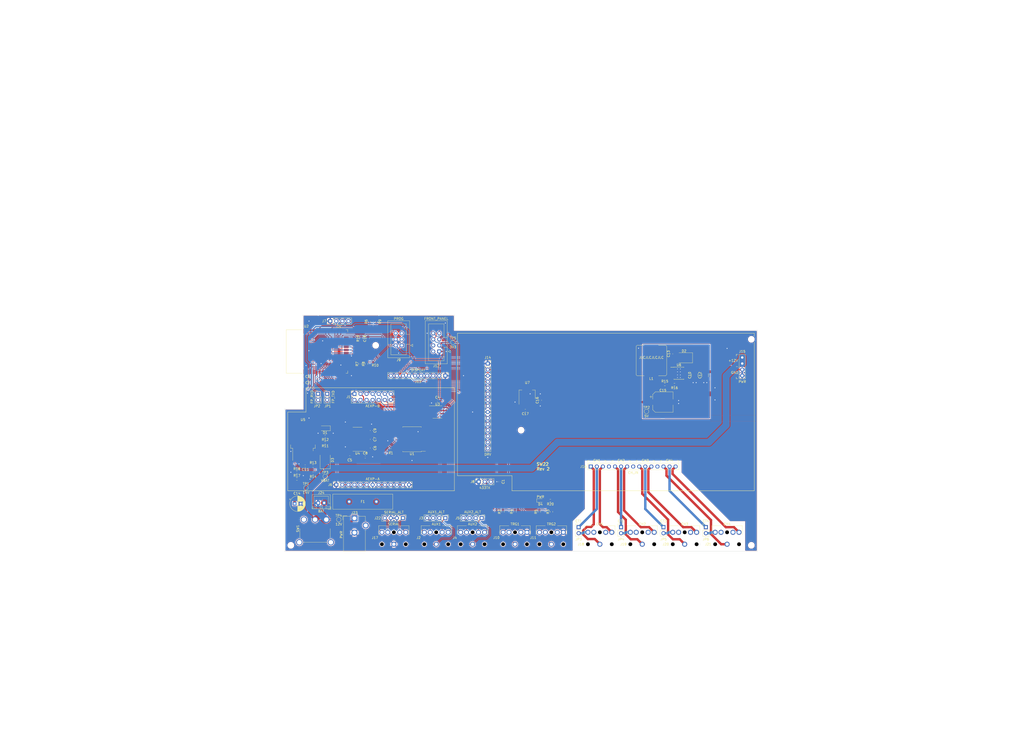
<source format=kicad_pcb>
(kicad_pcb (version 20211014) (generator pcbnew)
  (title_block (title "SW22 - Base Board") (date "2022-12-23") (rev "2") (company "saawsm"))
  (layers (0 "F.Cu" signal) (31 "B.Cu" signal) (34 "B.Paste" user) (35 "F.Paste" user) (36 "B.SilkS" user "B.Silkscreen") (37 "F.SilkS" user "F.Silkscreen") (38 "B.Mask" user) (39 "F.Mask" user) (44 "Edge.Cuts" user))
  (net 0 "")
  (net 1 "Net-(C7-Pad1)")
  (net 2 "Net-(C9-Pad2)")
  (net 3 "Net-(C6-Pad2)")
  (net 4 "Net-(C7-Pad2)")
  (net 5 "GND")
  (net 6 "+3.3V")
  (net 7 "+5V")
  (net 8 "+12V")
  (net 9 "GND1")
  (net 10 "Net-(D3-Pad1)")
  (net 11 "/AUX1R")
  (net 12 "/AUX1RN")
  (net 13 "/AUX1S")
  (net 14 "/AUX1T")
  (net 15 "/AUX1TN")
  (net 16 "/AUX2R")
  (net 17 "/AUX2RN")
  (net 18 "/AUX2S")
  (net 19 "/AUX2T")
  (net 20 "/AUX2TN")
  (net 21 "Net-(C11-Pad1)")
  (net 22 "Net-(J10-PadR)")
  (net 23 "/DRV_SD")
  (net 24 "Net-(F1-Pad1)")
  (net 25 "/DRV_ADC0")
  (net 26 "/DRV_ADC1")
  (net 27 "/DRV_ADC2")
  (net 29 "/PEXP0")
  (net 30 "/PEXP1")
  (net 31 "/PEXP2")
  (net 32 "Net-(J10-PadS)")
  (net 33 "/LCD_RST")
  (net 34 "/LCD_DC")
  (net 35 "/~{CARD_CS}")
  (net 36 "/~{LCD_CS}")
  (net 37 "/MOSI")
  (net 38 "/SCK")
  (net 39 "/MISO")
  (net 40 "/LCD_LITE")
  (net 41 "/SDA")
  (net 42 "/PEXP3")
  (net 43 "/TXD0")
  (net 44 "/SCL")
  (net 45 "/~{FP_INT}")
  (net 46 "/TXD1")
  (net 47 "/SERIAL_TN")
  (net 48 "/SERIAL_RN")
  (net 50 "/RXD1")
  (net 51 "Net-(J11-PadR)")
  (net 53 "Net-(J11-PadS)")
  (net 54 "/RXD0")
  (net 57 "/LED_DATA")
  (net 58 "Net-(J16-Pad1)")
  (net 59 "/232TX0")
  (net 60 "Net-(J16-Pad2)")
  (net 61 "/232TX1")
  (net 62 "/232RX1")
  (net 63 "/232RX0")
  (net 64 "Net-(J16-Pad3)")
  (net 66 "Net-(J16-Pad5)")
  (net 67 "Net-(J16-Pad6)")
  (net 68 "/~{DRV_INT}")
  (net 69 "/~{DRV_CS}")
  (net 70 "/DRV_WS")
  (net 71 "/DRV_SCK")
  (net 72 "/EN")
  (net 73 "Net-(J16-Pad7)")
  (net 75 "Net-(J16-Pad9)")
  (net 76 "Net-(J16-Pad10)")
  (net 77 "Net-(J16-Pad11)")
  (net 79 "/433TX")
  (net 80 "Net-(J16-Pad13)")
  (net 81 "Net-(J16-Pad14)")
  (net 82 "Net-(J16-Pad15)")
  (net 83 "Net-(J18-PadR)")
  (net 86 "/IO0")
  (net 88 "Net-(R13-Pad2)")
  (net 89 "Net-(J19-PadR)")
  (net 92 "Net-(J20-PadR)")
  (net 94 "Net-(R15-Pad1)")
  (net 98 "Net-(J21-PadR)")
  (net 101 "/~{PEXP_INT}")
  (net 102 "/JCK_SEN")
  (net 103 "Net-(JP1-Pad2)")
  (net 104 "Net-(JP2-Pad2)")
  (net 105 "/VBAT")
  (net 115 "Net-(C6-Pad1)")
  (net 116 "Net-(C8-Pad2)")
  (net 117 "Net-(C13-Pad2)")
  (net 118 "Net-(C14-Pad1)")
  (net 119 "Net-(C13-Pad1)")
  (net 120 "Net-(D4-Pad2)")
  (footprint "Resistor_SMD:R_0603_1608Metric" (layer "F.Cu") (at 146.343317 136.747579 -90)
    (fp_text reference "R19")
    (fp_text value "10K")
  )
  (footprint "TestPoint:TestPoint_Pad_D1.5mm" (layer "F.Cu") (at 265.938 167.386 90)
    (fp_text reference "TP2")
    (fp_text value "5V")
  )
  (footprint "SaawLib:STX-3100-5N" (layer "F.Cu") (at 246.38 226.06)
    (fp_text reference "J18")
    (fp_text value "CH1")
  )
  (footprint "Diode_SMD:D_SMB" (layer "F.Cu") (at 131.24 187.83 90)
    (fp_text reference "D3")
    (fp_text value "SSB44-E3")
  )
  (footprint "Capacitor_SMD:C_0603_1608Metric" (layer "F.Cu") (at 178.319147 162.930819)
    (fp_text reference "C4")
    (fp_text value "100nF")
  )
  (footprint "Resistor_SMD:R_0603_1608Metric" (layer "F.Cu") (at 126.16 193.3 180)
    (fp_text reference "R14")
    (fp_text value "1K")
  )
  (footprint "TestPoint:TestPoint_Pad_D1.5mm" (layer "F.Cu") (at 136.931291 212.72)
    (fp_text reference "TP4")
    (fp_text value "12V")
  )
  (footprint "Resistor_SMD:R_0603_1608Metric" (layer "F.Cu") (at 158.75 183.50979 180)
    (fp_text reference "R1")
    (fp_text value "10K")
  )
  (footprint "SaawLib:STX-3100-5N" (layer "F.Cu") (at 264.16 226.06)
    (fp_text reference "J19")
    (fp_text value "CH2")
  )
  (footprint "SaawLib:STX-3100-5N" (layer "F.Cu") (at 281.94 226.06)
    (fp_text reference "J20")
    (fp_text value "CH3")
  )
  (footprint "Package_SO:SOIC-8_3.9x4.9mm_P1.27mm" (layer "F.Cu") (at 178.295 167.64)
    (fp_text reference "U3")
    (fp_text value "CAT24C256")
  )
  (footprint "Connector_PinSocket_2.54mm:PinSocket_1x04_P2.54mm_Vertical" (layer "F.Cu") (at 306.070423 144.78)
    (fp_text reference "J15")
    (fp_text value "PWR")
  )
  (footprint "SaawLib:STX-3100-5N" (layer "F.Cu") (at 226.06 226.06)
    (fp_text reference "J11")
    (fp_text value "TRG2")
  )
  (footprint "Resistor_SMD:R_0603_1608Metric" (layer "F.Cu") (at 149.871919 129.74798 90)
    (fp_text reference "R6")
    (fp_text value "4.7K")
  )
  (footprint "Capacitor_SMD:C_0603_1608Metric" (layer "F.Cu") (at 150.687 182.74 -90)
    (fp_text reference "C6")
    (fp_text value "100nF")
  )
  (footprint "TestPoint:TestPoint_Pad_D1.5mm" (layer "F.Cu") (at 184.786546 138.43 180)
    (fp_text reference "TP5")
    (fp_text value "3V3")
  )
  (footprint "SaawLib:BarrelJack_CUI_PJ-102AH_Horizontal" (layer "F.Cu") (at 143.51 212.19)
    (fp_text reference "J23")
    (fp_text value "PWR")
  )
  (footprint "Capacitor_THT:CP_Radial_D6.3mm_P2.50mm" (layer "F.Cu") (at 118.412208 206.063228)
    (fp_text reference "C14")
    (fp_text value "100uF")
  )
  (footprint "Diode_SMD:D_SMB" (layer "F.Cu") (at 281.677 144.907 180)
    (fp_text reference "D2")
    (fp_text value "SSB44-E3")
  )
  (footprint "Resistor_SMD:R_0603_1608Metric" (layer "F.Cu") (at 131.24484 180.543272)
    (fp_text reference "R11")
    (fp_text value "100K")
  )
  (footprint "Inductor_SMD:L_Bourns_SRR1260" (layer "F.Cu") (at 267.97 146.05 -90)
    (fp_text reference "L1")
    (fp_text value "15uH")
  )
  (footprint "Capacitor_SMD:C_0603_1608Metric" (layer "F.Cu") (at 221.414421 162.698461 90)
    (fp_text reference "C16")
    (fp_text value "10uF")
  )
  (footprint "Capacitor_SMD:C_0603_1608Metric" (layer "F.Cu") (at 276.479 143.256 90)
    (fp_text reference "C13")
    (fp_text value "10nF")
  )
  (footprint "Connector_PinHeader_2.54mm:PinHeader_1x04_P2.54mm_Vertical" (layer "F.Cu") (at 133.36 129.54 90)
    (fp_text reference "J7")
    (fp_text value "I2C")
  )
  (footprint "MountingHole:MountingHole_2.2mm_M2" (layer "F.Cu") (at 116.84 223.52)
    (fp_text reference "H3")
    (fp_text value "MountingHole" hide)
  )
  (footprint "Fuse:Fuse_Littelfuse-LVR200" (layer "F.Cu") (at 141.3 205.215)
    (fp_text reference "F1")
    (fp_text value "2A")
  )
  (footprint "MountingHole:MountingHole_2.2mm_M2" (layer "F.Cu") (at 213.36 175.26)
    (fp_text reference "H4")
    (fp_text value "MountingHole" hide)
  )
  (footprint "Resistor_SMD:R_0603_1608Metric" (layer "F.Cu") (at 119.360366 192.884207)
    (fp_text reference "R18")
    (fp_text value "4.7K")
  )
  (footprint "Connector_JST:JST_XH_B2B-XH-A_1x02_P2.50mm_Vertical" (layer "F.Cu") (at 130.81 205.74 180)
    (fp_text reference "J24")
    (fp_text value "BAT")
  )
  (footprint "Capacitor_SMD:C_0603_1608Metric" (layer "F.Cu") (at 123.851184 156.627321 180)
    (fp_text reference "C2")
    (fp_text value "10uF")
  )
  (footprint "SaawLib:STX-3100-5N" (layer "F.Cu") (at 177.8 226.06)
    (fp_text reference "J2")
    (fp_text value "AUX1")
  )
  (footprint "MountingHole:MountingHole_2.2mm_M2" (layer "F.Cu") (at 152.4 139.7)
    (fp_text reference "H1")
    (fp_text value "MountingHole" hide)
  )
  (footprint "Capacitor_SMD:C_0603_1608Metric" (layer "F.Cu") (at 150.687 179.07 -90)
    (fp_text reference "C7")
    (fp_text value "100nF")
  )
  (footprint "Package_TO_SOT_SMD:SOT-223-3_TabPin2" (layer "F.Cu") (at 215.9 160.320608 90)
    (fp_text reference "U7")
    (fp_text value "NCP1117LP")
  )
  (footprint "Resistor_SMD:R_0603_1608Metric" (layer "F.Cu") (at 126.147 190.319)
    (fp_text reference "R13")
    (fp_text value "10K")
  )
  (footprint "TestPoint:TestPoint_Pad_D1.5mm" (layer "F.Cu") (at 123.19 199.39)
    (fp_text reference "TP1")
    (fp_text value "14V")
  )
  (footprint "Resistor_SMD:R_0603_1608Metric" (layer "F.Cu") (at 277.652 156.083 180)
    (fp_text reference "R16")
    (fp_text value "3.24K")
  )
  (footprint "Resistor_SMD:R_0603_1608Metric" (layer "F.Cu") (at 220.98 209.44075 90)
    (fp_text reference "R5")
    (fp_text value "10K")
  )
  (footprint "Connector_PinSocket_2.54mm:PinSocket_1x13_P2.54mm_Vertical" (layer "F.Cu") (at 135.89 198.12 90)
    (fp_text reference "J6")
    (fp_text value "AEXP-A")
  )
  (footprint "Connector_PinHeader_2.54mm:PinHeader_1x02_P2.54mm_Vertical" (layer "F.Cu") (at 290.83 215.9)
    (fp_text reference "JP6")
    (fp_text value "CT4")
  )
  (footprint "Connector_PinHeader_2.54mm:PinHeader_1x02_P2.54mm_Vertical" (layer "F.Cu") (at 255.27 215.9)
    (fp_text reference "JP4")
    (fp_text value "CT2")
  )
  (footprint "Resistor_SMD:R_0603_1608Metric" (layer "F.Cu") (at 205.74 209.44075 90)
    (fp_text reference "R2")
    (fp_text value "10K")
  )
  (footprint "Resistor_SMD:R_0603_1608Metric" (layer "F.Cu") (at 119.38 195.712784)
    (fp_text reference "R17")
    (fp_text value "27K")
  )
  (footprint "MountingHole:MountingHole_2.2mm_M2" (layer "F.Cu") (at 309.88 137.16)
    (fp_text reference "H2")
    (fp_text value "MountingHole" hide)
  )
  (footprint "Connector_PinSocket_2.54mm:PinSocket_1x15_P2.54mm_Vertical" (layer "F.Cu") (at 199.39 147.32)
    (fp_text reference "J14")
    (fp_text value "DRV")
  )
  (footprint "Package_SO:SOIC-16W_7.5x10.3mm_P1.27mm" (layer "F.Cu") (at 167.64 179.07 180)
    (fp_text reference "U1")
    (fp_text value "PCF8574")
  )
  (footprint "SaawLib:STX-3100-5N" (layer "F.Cu") (at 299.72 226.06)
    (fp_text reference "J21")
    (fp_text value "CH4")
  )
  (footprint "Connector_PinHeader_2.54mm:PinHeader_1x04_P2.54mm_Vertical" (layer "F.Cu") (at 163.82 212.09 -90)
    (fp_text reference "J22")
    (fp_text value "SERIAL_ALT")
  )
  (footprint "Resistor_SMD:R_0603_1608Metric" (layer "F.Cu") (at 152.753602 129.74798 90)
    (fp_text reference "R9")
    (fp_text value "4.7K")
  )
  (footprint "TestPoint:TestPoint_Pad_D1.5mm" (layer "F.Cu") (at 131.24 194.608418)
    (fp_text reference "TP3")
    (fp_text value "VBAT")
  )
  (footprint "Resistor_SMD:R_0603_1608Metric" (layer "F.Cu") (at 210.82 209.44075 90)
    (fp_text reference "R4")
    (fp_text value "10K")
  )
  (footprint "Package_TO_SOT_SMD:TO-263-5_TabPin3" (layer "F.Cu") (at 121.92 179.905 90)
    (fp_text reference "U5")
    (fp_text value "LM2941")
  )
  (footprint "Resistor_SMD:R_0603_1608Metric" (layer "F.Cu") (at 226.06 209.44075 90)
    (fp_text reference "R3")
    (fp_text value "10K")
  )
  (footprint "Resistor_SMD:R_0603_1608Metric" (layer "F.Cu") (at 131.24 177.8 180)
    (fp_text reference "R12")
    (fp_text value "10K")
  )
  (footprint "Capacitor_SMD:C_0603_1608Metric" (layer "F.Cu") (at 141.53 186.43542)
    (fp_text reference "C5")
    (fp_text value "100nF")
  )
  (footprint "Capacitor_SMD:C_0603_1608Metric" (layer "F.Cu") (at 150.687 175.4 -90)
    (fp_text reference "C9")
    (fp_text value "100nF")
  )
  (footprint "Connector_IDC:IDC-Header_2x03_P2.54mm_Vertical" (layer "F.Cu") (at 163.3125 139.705 180)
    (fp_text reference "J9")
    (fp_text value "PROG")
  )
  (footprint "Connector_PinHeader_2.54mm:PinHeader_1x02_P2.54mm_Vertical" (layer "F.Cu") (at 128.27 160.02)
    (fp_text reference locked "JP2")
    (fp_text value "FP_RXD")
  )
  (footprint "Package_SO:TI_SO-PowerPAD-8_ThermalVias" (layer "F.Cu") (at 279.52373 151.384)
    (fp_text reference "U6")
    (fp_text value "TPS5430DDA")
  )
  (footprint "Capacitor_SMD:C_0603_1608Metric" (layer "F.Cu") (at 122.845 190.319 180)
    (fp_text reference "C11")
    (fp_text value "470nF")
  )
  (footprint "Capacitor_SMD:CP_Elec_8x6.9" (layer "F.Cu") (at 272.799642 163.470608)
    (fp_text reference "C15")
    (fp_text value "270uF")
  )
  (footprint "Capacitor_SMD:C_0603_1608Metric" (layer "F.Cu") (at 215.125 166.956608 180)
    (fp_text reference "C17")
    (fp_text value "10uF")
  )
  (footprint "Resistor_SMD:R_0603_1608Metric" (layer "F.Cu") (at 152.154446 146.638184)
    (fp_text reference "R10")
    (fp_text value "10K")
  )
  (footprint "Connector_PinSocket_2.54mm:PinSocket_1x03_P2.54mm_Vertical" (layer "F.Cu") (at 195.595 196.85 90)
    (fp_text reference "J8")
    (fp_text value "433TX")
  )
  (footprint "SaawLib:STX-3100-5N" (layer "F.Cu") (at 160.02 226.06)
    (fp_text reference "J17")
    (fp_text value "SERIAL")
  )
  (footprint "Capacitor_SMD:C_0603_1608Metric" (layer "F.Cu") (at 149.225 136.797579 -90)
    (fp_text reference "C18")
    (fp_text value "100nF")
  )
  (footprint "Capacitor_SMD:C_1210_3225Metric" (layer "F.Cu") (at 286.131 152.224 90)
    (fp_text reference "C10")
    (fp_text value "10uF")
  )
  (footprint "Capacitor_SMD:C_0603_1608Metric" (layer "F.Cu") (at 148.03 186.43542 180)
    (fp_text reference "C8")
    (fp_text value "100nF")
  )
  (footprint "Resistor_SMD:R_0603_1608Metric" (layer "F.Cu") (at 273.621 156.083 180)
    (fp_text reference "R15")
    (fp_text value "10K")
  )
  (footprint "Capacitor_SMD:C_0603_1608Metric" (layer "F.Cu") (at 123.837688 154.085452)
    (fp_text reference "C3")
    (fp_text value "100nF")
  )
  (footprint "Capacitor_SMD:C_1210_3225Metric" (layer "F.Cu") (at 290.539316 152.224 90)
    (fp_text reference "C12")
    (fp_text value "10uF")
  )
  (footprint "Capacitor_SMD:C_0603_1608Metric" (layer "F.Cu") (at 204.47 196.85 90)
    (fp_text reference "C1")
    (fp_text value "100nF")
  )
  (footprint "Connector_PinHeader_2.54mm:PinHeader_1x10_P2.54mm_Vertical" (layer "F.Cu") (at 181.61 152.4 -90)
    (fp_text reference "J13")
    (fp_text value "DISPLAY")
  )
  (footprint "Connector_IDC:IDC-Header_2x04_P2.54mm_Vertical" (layer "F.Cu") (at 179.07 142.24 180)
    (fp_text reference "J12")
    (fp_text value "FRONT_PANEL")
  )
  (footprint "MountingHole:MountingHole_2.2mm_M2" (layer "F.Cu") (at 309.88 223.52)
    (fp_text reference "H5")
    (fp_text value "MountingHole" hide)
  )
  (footprint "NetTie:NetTie-2_SMD_Pad2.0mm" (layer "F.Cu") (at 292.658418 160.02)
    (fp_text reference "NT1")
    (fp_text value "2 mm")
  )
  (footprint "Connector_PinHeader_2.54mm:PinHeader_1x02_P2.54mm_Vertical" (layer "F.Cu") (at 273.05 215.9)
    (fp_text reference "JP5")
    (fp_text value "CT3")
  )
  (footprint "Connector_PinSocket_2.54mm:PinSocket_1x15_P2.54mm_Vertical" (layer "F.Cu") (at 242.57 190.5 90)
    (fp_text reference "J16")
    (fp_text value "CH_IN")
  )
  (footprint "Connector_PinSocket_2.54mm:PinSocket_2x07_P2.54mm_Vertical" (layer "F.Cu") (at 143.51 160.02 90)
    (fp_text reference "J1")
    (fp_text value "AEXP-B")
  )
  (footprint "SaawLib:500SSP1S2M6QEA" (layer "F.Cu") (at 127 222.25 90)
    (fp_text reference "SW1")
    (fp_text value "PWR")
  )
  (footprint "Connector_PinHeader_2.54mm:PinHeader_1x02_P2.54mm_Vertical" (layer "F.Cu") (at 132.08 160.02)
    (fp_text reference "JP1")
    (fp_text value "FP_TXD")
  )
  (footprint "Connector_PinHeader_2.54mm:PinHeader_1x04_P2.54mm_Vertical" (layer "F.Cu") (at 196.84 212.09 -90)
    (fp_text reference "J5")
    (fp_text value "AUX2_ALT")
  )
  (footprint "RF_Module:ESP32-WROOM-32" (layer "F.Cu") (at 130.825 142.24 90)
    (fp_text reference "U2")
    (fp_text value "ESP32-WROOM-32D")
  )
  (footprint "SaawLib:STX-3100-5N" (layer "F.Cu") (at 193.04 226.06)
    (fp_text reference "J4")
    (fp_text value "AUX2")
  )
  (footprint "LED_SMD:LED_0603_1608Metric" (layer "F.Cu") (at 221.44325 204.724)
    (fp_text reference "D4")
    (fp_text value "PWR")
  )
  (footprint "Resistor_SMD:R_0603_1608Metric" (layer "F.Cu") (at 148.607274 147.459039 -90)
    (fp_text reference "R8")
    (fp_text value "10K")
  )
  (footprint "Resistor_SMD:R_0603_1608Metric" (layer "F.Cu") (at 225.63425 204.724 180)
    (fp_text reference "R20")
    (fp_text value "1.5K")
  )
  (footprint "SaawLib:STX-3100-5N" (layer "F.Cu") (at 210.82 226.06)
    (fp_text reference "J10")
    (fp_text value "TRG1")
  )
  (footprint "Connector_PinHeader_2.54mm:PinHeader_1x02_P2.54mm_Vertical" (layer "F.Cu") (at 237.49 215.9)
    (fp_text reference "JP3")
    (fp_text value "CT1")
  )
  (footprint "Diode_SMD:D_SOD-123F" (layer "F.Cu") (at 131.228256 174.472779 180)
    (fp_text reference "D1")
    (fp_text value "SS24FL")
  )
  (footprint "Package_SO:SOIC-16_3.9x9.9mm_P1.27mm" (layer "F.Cu") (at 144.78 179.07 180)
    (fp_text reference "U4")
    (fp_text value "SP3232")
  )
  (footprint "Connector_PinHeader_2.54mm:PinHeader_1x04_P2.54mm_Vertical" (layer "F.Cu") (at 181.6 212.09 -90)
    (fp_text reference "J3")
    (fp_text value "AUX1_ALT")
  )
  (footprint "Resistor_SMD:R_0603_1608Metric" (layer "F.Cu") (at 145.889697 147.470959 -90)
    (fp_text reference "R7")
    (fp_text value "10K")
  )
  (gr_line locked (start 123.19 167.64) (end 115.57 167.64) (layer "F.SilkS") (width 0.15))
  (gr_line locked (start 248.92 187.96) (end 248.285 187.96) (layer "F.SilkS") (width 0.15))
  (gr_line locked (start 209.55 200.66) (end 209.55 194.31) (layer "F.SilkS") (width 0.15))
  (gr_line locked (start 186.69 194.31) (end 209.55 194.31) (layer "F.SilkS") (width 0.15))
  (gr_line locked (start 259.08 188.595) (end 259.08 187.96) (layer "F.SilkS") (width 0.15))
  (gr_line locked (start 241.24 188.595) (end 241.24 187.96) (layer "F.SilkS") (width 0.15))
  (gr_line locked (start 269.24 187.96) (end 268.605 187.96) (layer "F.SilkS") (width 0.15))
  (gr_line locked (start 186.69 194.31) (end 186.69 134.62) (layer "F.SilkS") (width 0.15))
  (gr_line locked (start 271.78 187.96) (end 272.415 187.96) (layer "F.SilkS") (width 0.15))
  (gr_line locked (start 311.15 200.66) (end 311.15 138.43) (layer "F.SilkS") (width 0.15))
  (gr_line locked (start 271.78 188.595) (end 271.78 187.96) (layer "F.SilkS") (width 0.15))
  (gr_line locked (start 311.15 200.66) (end 209.55 200.66) (layer "F.SilkS") (width 0.15))
  (gr_line locked (start 311.15 134.62) (end 311.15 135.89) (layer "F.SilkS") (width 0.15))
  (gr_line locked (start 185.42 200.66) (end 185.42 157.48) (layer "F.SilkS") (width 0.15))
  (gr_line locked (start 241.24 187.96) (end 241.935 187.96) (layer "F.SilkS") (width 0.15))
  (gr_line locked (start 115.57 167.64) (end 115.57 200.66) (layer "F.SilkS") (width 0.15))
  (gr_line locked (start 248.92 188.595) (end 248.92 187.96) (layer "F.SilkS") (width 0.15))
  (gr_line locked (start 269.24 188.595) (end 269.24 187.96) (layer "F.SilkS") (width 0.15))
  (gr_line locked (start 311.15 134.62) (end 186.69 134.62) (layer "F.SilkS") (width 0.15))
  (gr_line locked (start 279.4 188.595) (end 279.4 187.96) (layer "F.SilkS") (width 0.15))
  (gr_line locked (start 279.4 187.96) (end 278.765 187.96) (layer "F.SilkS") (width 0.15))
  (gr_line locked (start 115.57 200.66) (end 185.42 200.66) (layer "F.SilkS") (width 0.15))
  (gr_line locked (start 304.165 148.59) (end 303.53 148.59) (layer "F.SilkS") (width 0.15))
  (gr_line locked (start 251.46 187.96) (end 251.46 188.595) (layer "F.SilkS") (width 0.15))
  (gr_line locked (start 261.62 188.595) (end 261.62 187.96) (layer "F.SilkS") (width 0.15))
  (gr_line locked (start 304.165 143.51) (end 303.53 143.51) (layer "F.SilkS") (width 0.15))
  (gr_line locked (start 251.46 187.96) (end 252.095 187.96) (layer "F.SilkS") (width 0.15))
  (gr_line locked (start 303.53 143.51) (end 303.53 144.145) (layer "F.SilkS") (width 0.15))
  (gr_line locked (start 303.53 153.67) (end 303.53 153.035) (layer "F.SilkS") (width 0.15))
  (gr_line locked (start 185.42 157.48) (end 123.19 157.48) (layer "F.SilkS") (width 0.15))
  (gr_line locked (start 304.165 153.67) (end 303.53 153.67) (layer "F.SilkS") (width 0.15))
  (gr_line locked (start 261.62 187.96) (end 262.255 187.96) (layer "F.SilkS") (width 0.15))
  (gr_line locked (start 259.08 187.96) (end 258.445 187.96) (layer "F.SilkS") (width 0.15))
  (gr_line locked (start 123.19 157.48) (end 123.19 167.64) (layer "F.SilkS") (width 0.15))
  (gr_line locked (start 185.42 127) (end 185.42 133.35) (layer "Edge.Cuts") (width 0.1))
  (gr_line locked (start 114.3 166.37) (end 121.92 166.37) (layer "Edge.Cuts") (width 0.1))
  (gr_line locked (start 121.92 166.37) (end 121.92 127) (layer "Edge.Cuts") (width 0.1))
  (gr_line locked (start 114.3 226.06) (end 312.42 226.06) (layer "Edge.Cuts") (width 0.1))
  (gr_line locked (start 312.42 226.06) (end 312.42 133.35) (layer "Edge.Cuts") (width 0.1))
  (gr_line locked (start 114.3 166.37) (end 114.3 226.06) (layer "Edge.Cuts") (width 0.1))
  (gr_line locked (start 185.42 127) (end 121.92 127) (layer "Edge.Cuts") (width 0.1))
  (gr_line locked (start 185.42 133.35) (end 312.42 133.35) (layer "Edge.Cuts") (width 0.1))
  (gr_text "SW22 \nRev 2" (at 219.71 190.5) (layer "F.SilkS") (effects (font (size 1.25 1.25) (thickness 0.25)) (justify left)))
  (gr_text "JLCJLCJLCJLC" (at 267.97 144.78) (layer "F.SilkS") (effects (font (size 1 1))))
  (segment locked (start 150.661 178.435) (end 147.255 178.435) (width 0.3) (layer "F.Cu") (net 1))
  (segment locked (start 150.639935 176.175) (end 149.649935 177.165) (width 0.3) (layer "F.Cu") (net 2))
  (segment locked (start 149.649935 177.165) (end 147.255 177.165) (width 0.3) (layer "F.Cu") (net 2))
  (segment locked (start 147.255 183.515) (end 150.433 183.515) (width 0.3) (layer "F.Cu") (net 3))
  (segment locked (start 147.255 179.705) (end 150.433 179.705) (width 0.3) (layer "F.Cu") (net 4))
  (segment locked (start 122.07 190.319) (end 122.07 185.83) (width 0.3) (layer "F.Cu") (net 5))
  (segment locked (start 121.92 176.53) (end 121.92 185.68) (width 1) (layer "F.Cu") (net 5))
  (segment locked (start 121.92 185.68) (end 120.22 185.68) (width 1) (layer "F.Cu") (net 5))
  (via locked (at 124.46 170.18) (size 0.8) (drill 0.4) (layers "F.Cu" "B.Cu") (net 5))
  (via locked (at 120.260121 189.369263) (size 0.8) (drill 0.4) (layers "F.Cu" "B.Cu") (net 5))
  (via locked (at 193.04 167.64) (size 0.8) (drill 0.4) (layers "F.Cu" "B.Cu") (net 5))
  (via locked (at 116.84 192.884207) (size 0.8) (drill 0.4) (layers "F.Cu" "B.Cu") (net 5))
  (via locked (at 294.64 162.56) (size 0.8) (drill 0.4) (layers "F.Cu" "B.Cu") (net 5))
  (via locked (at 123.81979 159.752494) (size 0.8) (drill 0.4) (layers "F.Cu" "B.Cu") (net 5))
  (via locked (at 167.64 187.96) (size 0.8) (drill 0.4) (layers "F.Cu" "B.Cu") (net 5))
  (via locked (at 122.07 194.31) (size 0.8) (drill 0.4) (layers "F.Cu" "B.Cu") (net 5))
  (via locked (at 151.13 186.41092) (size 0.8) (drill 0.4) (layers "F.Cu" "B.Cu") (net 5))
  (via locked (at 124.840318 195.796208) (size 0.8) (drill 0.4) (layers "F.Cu" "B.Cu") (net 5))
  (via locked (at 134.62 176.53) (size 0.8) (drill 0.4) (layers "F.Cu" "B.Cu") (net 5))
  (via locked (at 139.7 182.245) (size 0.8) (drill 0.4) (layers "F.Cu" "B.Cu") (net 5))
  (via locked (at 189.23 152.4) (size 0.8) (drill 0.4) (layers "F.Cu" "B.Cu") (net 5))
  (via locked (at 150.687 172.72) (size 0.8) (drill 0.4) (layers "F.Cu" "B.Cu") (net 5))
  (via locked (at 199.39 186.69) (size 0.8) (drill 0.4) (layers "F.Cu" "B.Cu") (net 5))
  (via locked (at 128.27 176.53) (size 0.8) (drill 0.4) (layers "F.Cu" "B.Cu") (net 5))
  (via locked (at 124.46 129.54) (size 0.8) (drill 0.4) (layers "F.Cu" "B.Cu") (net 5))
  (via locked (at 299.72 140.97) (size 0.8) (drill 0.4) (layers "F.Cu" "B.Cu") (net 5))
  (via locked (at 162.019538 142.96046) (size 0.8) (drill 0.4) (layers "F.Cu" "B.Cu") (net 5))
  (via locked (at 221.414421 160.02) (size 0.8) (drill 0.4) (layers "F.Cu" "B.Cu") (net 5))
  (via locked (at 142.24 144.145) (size 0.8) (drill 0.4) (layers "F.Cu" "B.Cu") (net 5))
  (via locked (at 139.7 171.842071) (size 0.8) (drill 0.4) (layers "F.Cu" "B.Cu") (net 5))
  (via locked (at 210.82 163.470608) (size 0.8) (drill 0.4) (layers "F.Cu" "B.Cu") (net 5))
  (via locked (at 129.54 147.32) (size 0.8) (drill 0.4) (layers "F.Cu" "B.Cu") (net 5))
  (via locked (at 175.82 163.83) (size 0.8) (drill 0.4) (layers "F.Cu" "B.Cu") (net 5))
  (via locked (at 130.175 137.795) (size 0.8) (drill 0.4) (layers "F.Cu" "B.Cu") (net 5))
  (via locked (at 181.983706 142.270506) (size 0.8) (drill 0.4) (layers "F.Cu" "B.Cu") (net 5))
  (via locked (at 221.414421 165.1) (size 0.8) (drill 0.4) (layers "F.Cu" "B.Cu") (net 5))
  (via locked (at 116.84 184.15) (size 0.8) (drill 0.4) (layers "F.Cu" "B.Cu") (net 5))
  (via locked (at 124.395979 141.930314) (size 0.8) (drill 0.4) (layers "F.Cu" "B.Cu") (net 5))
  (via locked (at 173.99 134.62) (size 0.8) (drill 0.4) (layers "F.Cu" "B.Cu") (net 5))
  (via locked (at 142.24 152.4) (size 0.8) (drill 0.4) (layers "F.Cu" "B.Cu") (net 5))
  (via locked (at 181.61 130.341515) (size 0.8) (drill 0.4) (layers "F.Cu" "B.Cu") (net 5))
  (via locked (at 123.211841 148.152773) (size 0.8) (drill 0.4) (layers "F.Cu" "B.Cu") (net 5))
  (via locked (at 170.18 175.895) (size 0.8) (drill 0.4) (layers "F.Cu" "B.Cu") (net 5))
  (via locked (at 157.48 179.705) (size 0.8) (drill 0.4) (layers "F.Cu" "B.Cu") (net 5))
  (via locked (at 137.795 147.955) (size 0.8) (drill 0.4) (layers "F.Cu" "B.Cu") (net 5))
  (via locked (at 262.597323 140.898155) (size 0.8) (drill 0.4) (layers "F.Cu" "B.Cu") (net 5))
  (via locked (at 203.2 196.85) (size 0.8) (drill 0.4) (layers "F.Cu" "B.Cu") (net 5))
  (via locked (at 217.17 160.02) (size 0.8) (drill 0.4) (layers "F.Cu" "B.Cu") (net 5))
  (via locked (at 294.64 157.48) (size 0.8) (drill 0.4) (layers "F.Cu" "B.Cu") (net 5))
  (segment locked (start 161.29 212.09) (end 158.75 212.09) (width 0.3) (layer "B.Cu") (net 5))
  (segment locked (start 146.343317 135.922579) (end 147.517455 135.922579) (width 0.3) (layer "F.Cu") (net 6))
  (segment locked (start 124.63747 157.44099) (end 124.004739 158.073721) (width 0.5) (layer "F.Cu") (net 6))
  (segment locked (start 179.369265 193.743729) (end 192.070267 206.444731) (width 0.5) (layer "F.Cu") (net 6))
  (segment locked (start 179.641769 165.735) (end 179.07 165.163231) (width 0.5) (layer "F.Cu") (net 6))
  (segment locked (start 123.825 153.241791) (end 123.825 150.74) (width 0.5) (layer "F.Cu") (net 6))
  (segment locked (start 151.411287 188.871901) (end 144.686602 188.871901) (width 0.5) (layer "F.Cu") (net 6))
  (segment locked (start 172.29 183.515) (end 173.227459 183.515) (width 0.5) (layer "F.Cu") (net 6))
  (segment locked (start 205.74 208.61575) (end 208.28 208.61575) (width 0.3) (layer "F.Cu") (net 6))
  (segment locked (start 215.9 152.4) (end 215.9 157.170608) (width 0.5) (layer "F.Cu") (net 6))
  (segment locked (start 148.314479 135.125555) (end 154.673496 135.125555) (width 0.3) (layer "F.Cu") (net 6))
  (segment locked (start 145.889697 146.645959) (end 148.595354 146.645959) (width 0.3) (layer "F.Cu") (net 6))
  (segment locked (start 147.32 163.404698) (end 153.840722 169.92542) (width 0.4) (layer "F.Cu") (net 6))
  (segment locked (start 154.673496 135.125555) (end 159.252941 139.705) (width 0.3) (layer "F.Cu") (net 6))
  (segment locked (start 180.34 162.935168) (end 180.335651 162.930819) (width 0.5) (layer "F.Cu") (net 6))
  (segment locked (start 201.93 138.43) (end 215.9 152.4) (width 0.5) (layer "F.Cu") (net 6))
  (segment (start 226.06 207.01) (end 226.06 208.61575) (width 0.3) (layer "F.Cu") (net 6))
  (segment locked (start 159.58021 183.515) (end 159.575 183.50979) (width 0.5) (layer "F.Cu") (net 6))
  (segment locked (start 179.094147 162.930819) (end 179.07 162.954966) (width 0.5) (layer "F.Cu") (net 6))
  (segment locked (start 151.329446 146.638184) (end 149.955354 146.638184) (width 0.3) (layer "F.Cu") (net 6))
  (segment locked (start 154.212889 188.871901) (end 159.575 183.50979) (width 0.5) (layer "F.Cu") (net 6))
  (segment locked (start 180.34 138.43) (end 182.88 138.43) (width 0.5) (layer "F.Cu") (net 6))
  (segment locked (start 180.335651 162.930819) (end 179.07984 162.930819) (width 0.5) (layer "F.Cu") (net 6))
  (segment locked (start 180.77 165.735) (end 179.641769 165.735) (width 0.5) (layer "F.Cu") (net 6))
  (segment locked (start 146.05 160.02) (end 147.32 161.29) (width 0.4) (layer "F.Cu") (net 6))
  (segment locked (start 168.929435 183.515) (end 162.99 183.515) (width 0.5) (layer "F.Cu") (net 6))
  (segment locked (start 226.06 208.61575) (end 223.52 208.61575) (width 0.3) (layer "F.Cu") (net 6))
  (segment locked (start 215.9 156.87) (end 215.9 166.956608) (width 0.5) (layer "F.Cu") (net 6))
  (segment locked (start 170.647482 172.96817) (end 168.91 174.705652) (width 0.5) (layer "F.Cu") (net 6))
  (segment locked (start 179.07 139.7) (end 180.34 138.43) (width 0.5) (layer "F.Cu") (net 6))
  (segment locked (start 124.6 156.605948) (end 124.6 154.016791) (width 0.5) (layer "F.Cu") (net 6))
  (segment locked (start 153.840722 169.92542) (end 153.840722 177.679572) (width 0.4) (layer "F.Cu") (net 6))
  (segment locked (start 148.607274 146.634039) (end 149.951209 146.634039) (width 0.3) (layer "F.Cu") (net 6))
  (segment locked (start 173.600664 183.515) (end 174.347576 183.515) (width 0.5) (layer "F.Cu") (net 6))
  (segment locked (start 183.539545 166.840991) (end 183.539545 170.790455) (width 0.5) (layer "F.Cu") (net 6))
  (segment locked (start 179.07 165.163231) (end 179.07 164.305163) (width 0.5) (layer "F.Cu") (net 6))
  (segment locked (start 174.347576 183.515) (end 179.369265 188.536689) (width 0.5) (layer "F.Cu") (net 6))
  (segment locked (start 159.252941 139.705) (end 160.7725 139.705) (width 0.3) (layer "F.Cu") (net 6))
  (segment locked (start 159.575 183.41385) (end 159.575 183.50979) (width 0.4) (layer "F.Cu") (net 6))
  (segment locked (start 181.36183 172.96817) (end 170.647482 172.96817) (width 0.5) (layer "F.Cu") (net 6))
  (segment locked (start 144.686602 188.871901) (end 142.305 186.490299) (width 0.5) (layer "F.Cu") (net 6))
  (segment locked (start 182.433554 165.735) (end 183.539545 166.840991) (width 0.5) (layer "F.Cu") (net 6))
  (segment locked (start 173.227459 183.515) (end 173.600664 183.515) (width 0.5) (layer "F.Cu") (net 6))
  (segment locked (start 184.786546 138.43) (end 201.93 138.43) (width 0.5) (layer "F.Cu") (net 6))
  (segment locked (start 168.91 174.705652) (end 168.91 183.495565) (width 0.5) (layer "F.Cu") (net 6))
  (segment (start 226.45925 204.724) (end 226.45925 206.61075) (width 0.3) (layer "F.Cu") (net 6))
  (segment locked (start 183.539545 170.790455) (end 181.36183 172.96817) (width 0.5) (layer "F.Cu") (net 6))
  (segment locked (start 147.517455 135.922579) (end 148.314479 135.125555) (width 0.3) (layer "F.Cu") (net 6))
  (segment locked (start 192.070267 206.444731) (end 196.530395 206.444731) (width 0.5) (layer "F.Cu") (net 6))
  (segment locked (start 168.91 183.495565) (end 168.929435 183.515) (width 0.5) (layer "F.Cu") (net 6))
  (segment locked (start 196.530395 206.444731) (end 200.067942 206.444731) (width 0.5) (layer "F.Cu") (net 6))
  (segment locked (start 210.82 208.61575) (end 208.28 208.61575) (width 0.3) (layer "F.Cu") (net 6))
  (segment locked (start 153.840722 177.679572) (end 159.575 183.41385) (width 0.4) (layer "F.Cu") (net 6))
  (segment locked (start 172.29 183.515) (end 168.929435 183.515) (width 0.5) (layer "F.Cu") (net 6))
  (segment locked (start 220.98 208.61575) (end 223.52 208.61575) (width 0.3) (layer "F.Cu") (net 6))
  (segment locked (start 152.753602 130.57298) (end 151.394112 130.57298) (width 0.3) (layer "F.Cu") (net 6))
  (segment locked (start 147.32 161.29) (end 147.32 163.404698) (width 0.4) (layer "F.Cu") (net 6))
  (segment (start 226.45925 206.61075) (end 226.06 207.01) (width 0.3) (layer "F.Cu") (net 6))
  (segment locked (start 184.768868 138.43) (end 182.88 138.43) (width 0.5) (layer "F.Cu") (net 6))
  (segment locked (start 124.6 154.016791) (end 123.825 153.241791) (width 0.5) (layer "F.Cu") (net 6))
  (segment locked (start 179.07 162.954966) (end 179.07 164.284325) (width 0.5) (layer "F.Cu") (net 6))
  (segment locked (start 142.305 186.43542) (end 142.305 183.515) (width 0.5) (layer "F.Cu") (net 6))
  (segment locked (start 162.99 183.515) (end 159.58021 183.515) (width 0.5) (layer "F.Cu") (net 6))
  (segment locked (start 124.63747 156.643418) (end 124.63747 157.44099) (width 0.5) (layer "F.Cu") (net 6))
  (segment locked (start 151.411287 188.871901) (end 154.212889 188.871901) (width 0.5) (layer "F.Cu") (net 6))
  (segment locked (start 179.369265 188.536689) (end 179.369265 193.743729) (width 0.5) (layer "F.Cu") (net 6))
  (segment locked (start 200.067942 206.444731) (end 202.238961 208.61575) (width 0.5) (layer "F.Cu") (net 6))
  (segment locked (start 180.77 165.735) (end 182.433554 165.735) (width 0.5) (layer "F.Cu") (net 6))
  (segment locked (start 149.871919 130.57298) (end 151.339928 130.57298) (width 0.3) (layer "F.Cu") (net 6))
  (via locked (at 180.34 162.935168) (size 0.8) (drill 0.4) (layers "F.Cu" "B.Cu") (net 6))
  (via locked (at 208.28 208.61575) (size 0.8) (drill 0.4) (layers "F.Cu" "B.Cu") (net 6))
  (via locked (at 124.004739 158.073721) (size 0.8) (drill 0.4) (layers "F.Cu" "B.Cu") (net 6))
  (via locked (at 149.955354 146.638184) (size 0.8) (drill 0.4) (layers "F.Cu" "B.Cu") (net 6))
  (via locked (at 151.36702 130.57298) (size 0.8) (drill 0.4) (layers "F.Cu" "B.Cu") (net 6))
  (via locked (at 223.52 208.61575) (size 0.8) (drill 0.4) (layers "F.Cu" "B.Cu") (net 6))
  (via locked (at 202.238961 208.61575) (size 0.8) (drill 0.4) (layers "F.Cu" "B.Cu") (net 6))
  (segment locked (start 169.145746 145.665874) (end 179.14845 145.665874) (width 0.5) (layer "B.Cu") (net 6))
  (segment locked (start 151.157469 146.638184) (end 149.955354 146.638184) (width 0.3) (layer "B.Cu") (net 6))
  (segment locked (start 179.07 161.665168) (end 180.34 162.935168) (width 0.5) (layer "B.Cu") (net 6))
  (segment locked (start 179.14845 145.665874) (end 180.663613 144.150711) (width 0.5) (layer "B.Cu") (net 6))
  (segment locked (start 179.07 152.4) (end 179.07 161.665168) (width 0.5) (layer "B.Cu") (net 6))
  (segment locked (start 160.7725 139.705) (end 158.090653 139.705) (width 0.3) (layer "B.Cu") (net 6))
  (segment locked (start 180.663613 144.150711) (end 180.663613 141.293613) (width 0.5) (layer "B.Cu") (net 6))
  (segment locked (start 166.268108 133.635241) (end 166.268108 142.788236) (width 0.5) (layer "B.Cu") (net 6))
  (segment locked (start 158.090653 139.705) (end 151.157469 146.638184) (width 0.3) (layer "B.Cu") (net 6))
  (segment locked (start 124.577622 147.437622) (end 124.577622 157.500838) (width 0.5) (layer "B.Cu") (net 6))
  (segment locked (start 143.74702 130.57298) (end 163.205847 130.57298) (width 0.5) (layer "B.Cu") (net 6))
  (segment locked (start 208.28 208.61575) (end 223.52 208.61575) (width 0.3) (layer "B.Cu") (net 6))
  (segment locked (start 142.474744 131.845256) (end 143.74702 130.57298) (width 0.5) (layer "B.Cu") (net 6))
  (segment locked (start 163.205847 130.57298) (end 164.478123 131.845256) (width 0.5) (layer "B.Cu") (net 6))
  (segment locked (start 123.308029 135.790004) (end 123.308029 146.167215) (width 0.5) (layer "B.Cu") (net 6))
  (segment locked (start 164.478123 131.845256) (end 166.268108 133.635241) (width 0.5) (layer "B.Cu") (net 6))
  (segment locked (start 208.232595 208.61575) (end 202.238961 208.61575) (width 0.3) (layer "B.Cu") (net 6))
  (segment locked (start 124.577622 157.500838) (end 124.004739 158.073721) (width 0.5) (layer "B.Cu") (net 6))
  (segment locked (start 179.07 152.4) (end 179.07 145.680302) (width 0.5) (layer "B.Cu") (net 6))
  (segment (start 123.307622 146.167622) (end 124.577622 147.437622) (width 0.5) (layer "B.Cu") (net 6))
  (segment locked (start 180.663613 141.293613) (end 179.07 139.7) (width 0.5) (layer "B.Cu") (net 6))
  (segment locked (start 127.252777 131.845256) (end 142.474744 131.845256) (width 0.5) (layer "B.Cu") (net 6))
  (segment locked (start 166.268108 142.788236) (end 169.145746 145.665874) (width 0.5) (layer "B.Cu") (net 6))
  (segment locked (start 163.855736 142.788236) (end 166.268108 142.788236) (width 0.5) (layer "B.Cu") (net 6))
  (segment locked (start 123.308029 146.167215) (end 123.307622 146.167622) (width 0.5) (layer "B.Cu") (net 6))
  (segment locked (start 123.308029 135.790004) (end 127.252777 131.845256) (width 0.5) (layer "B.Cu") (net 6))
  (segment locked (start 135.9 129.54) (end 135.9 131.600512) (width 0.5) (layer "B.Cu") (net 6))
  (segment locked (start 160.7725 139.705) (end 163.855736 142.788236) (width 0.5) (layer "B.Cu") (net 6))
  (segment locked (start 208.114361 193.971085) (end 208.114361 188.291599) (width 0.6) (layer "F.Cu") (net 7))
  (segment locked (start 181.135752 135.094248) (end 205.017185 135.094248) (width 1) (layer "F.Cu") (net 7))
  (segment locked (start 201.93 149.86) (end 199.39 149.86) (width 0.6) (layer "F.Cu") (net 7))
  (segment locked (start 272.261993 167.763821) (end 271.617041 167.763821) (width 0.3) (layer "F.Cu") (net 7))
  (segment locked (start 186.579514 158.686818) (end 187.250644 159.357948) (width 0.4) (layer "F.Cu") (net 7))
  (segment locked (start 149.923182 158.686818) (end 186.579514 158.686818) (width 0.4) (layer "F.Cu") (net 7))
  (segment locked (start 218.2 163.470608) (end 218.2 169.15) (width 0.6) (layer "F.Cu") (net 7))
  (segment locked (start 205.017185 135.094248) (end 220.079898 150.156961) (width 1) (layer "F.Cu") (net 7))
  (segment locked (start 218.2 169.15) (end 217.17 170.18) (width 0.6) (layer "F.Cu") (net 7))
  (segment locked (start 198.135 196.85) (end 199.768286 198.483286) (width 0.6) (layer "F.Cu") (net 7))
  (segment locked (start 218.2 161.217008) (end 218.2 163.470608) (width 1) (layer "F.Cu") (net 7))
  (segment locked (start 220.079898 159.33711) (end 218.2 161.217008) (width 1) (layer "F.Cu") (net 7))
  (segment locked (start 212.09 170.18) (end 207.01 165.1) (width 0.6) (layer "F.Cu") (net 7))
  (segment locked (start 208.114361 188.291599) (end 217.17 179.23596) (width 0.6) (layer "F.Cu") (net 7))
  (segment locked (start 272.796 156.083) (end 272.796 167.229814) (width 0.3) (layer "F.Cu") (net 7))
  (segment locked (start 217.17 170.18) (end 212.09 170.18) (width 0.6) (layer "F.Cu") (net 7))
  (segment locked (start 220.079898 150.156961) (end 220.079898 159.33711) (width 1) (layer "F.Cu") (net 7))
  (segment locked (start 204.47 197.615446) (end 208.114361 193.971085) (width 0.6) (layer "F.Cu") (net 7))
  (segment locked (start 207.01 165.1) (end 207.01 154.94) (width 0.6) (layer "F.Cu") (net 7))
  (segment locked (start 217.17 179.23596) (end 217.17 170.18) (width 0.6) (layer "F.Cu") (net 7))
  (segment locked (start 179.07 137.16) (end 181.135752 135.094248) (width 1) (layer "F.Cu") (net 7))
  (segment locked (start 207.01 154.94) (end 201.93 149.86) (width 0.6) (layer "F.Cu") (net 7))
  (segment locked (start 218.2 163.470608) (end 269.324642 163.470608) (width 1) (layer "F.Cu") (net 7))
  (segment locked (start 148.59 160.02) (end 149.923182 158.686818) (width 0.4) (layer "F.Cu") (net 7))
  (segment locked (start 272.796 167.229814) (end 272.261993 167.763821) (width 0.3) (layer "F.Cu") (net 7))
  (segment locked (start 199.768286 198.483286) (end 203.59174 198.483286) (width 0.6) (layer "F.Cu") (net 7))
  (segment locked (start 203.59174 198.483286) (end 204.450026 197.625) (width 0.6) (layer "F.Cu") (net 7))
  (via locked (at 187.250644 159.357948) (size 0.8) (drill 0.4) (layers "F.Cu" "B.Cu") (net 7))
  (via locked (at 182.836673 135.081583) (size 0.8) (drill 0.4) (layers "F.Cu" "B.Cu") (net 7))
  (segment locked (start 187.250644 159.357948) (end 187.244848 159.352152) (width 0.4) (layer "B.Cu") (net 7))
  (segment locked (start 187.244848 139.489602) (end 182.836829 135.081583) (width 0.4) (layer "B.Cu") (net 7))
  (segment locked (start 187.244848 159.352152) (end 187.244848 139.489602) (width 0.4) (layer "B.Cu") (net 7))
  (segment locked (start 290.539316 150.749) (end 295.237231 150.749) (width 1.15) (layer "F.Cu") (net 8))
  (segment locked (start 121.526498 218.12) (end 138.973502 218.12) (width 0.3) (layer "F.Cu") (net 8))
  (segment locked (start 120.205 195.79011) (end 114.783714 201.211396) (width 0.3) (layer "F.Cu") (net 8))
  (segment locked (start 145.131864 214.336912) (end 145.53733 213.931446) (width 0.3) (layer "F.Cu") (net 8))
  (segment locked (start 295.237231 150.749) (end 298.666231 147.32) (width 1.15) (layer "F.Cu") (net 8))
  (segment locked (start 139.178038 210.473253) (end 136.931291 212.72) (width 0.3) (layer "F.Cu") (net 8))
  (segment locked (start 286.131 150.749) (end 290.539316 150.749) (width 1.15) (layer "F.Cu") (net 8))
  (segment locked (start 286.131 150.749) (end 282.227 150.749) (width 0.8) (layer "F.Cu") (net 8))
  (segment locked (start 138.973502 218.12) (end 142.75659 214.336912) (width 0.3) (layer "F.Cu") (net 8))
  (segment locked (start 131.7 212.72) (end 136.931291 212.72) (width 0.3) (layer "F.Cu") (net 8))
  (segment locked (start 142.75659 214.336912) (end 145.131864 214.336912) (width 0.3) (layer "F.Cu") (net 8))
  (segment locked (start 114.783714 211.377216) (end 114.91296 211.506462) (width 0.3) (layer "F.Cu") (net 8))
  (segment locked (start 114.91296 211.506462) (end 121.526498 218.12) (width 0.3) (layer "F.Cu") (net 8))
  (segment locked (start 298.666231 147.32) (end 306.070423 147.32) (width 1.15) (layer "F.Cu") (net 8))
  (segment locked (start 145.53733 213.931446) (end 145.53733 210.948542) (width 0.3) (layer "F.Cu") (net 8))
  (segment locked (start 114.783714 201.211396) (end 114.783714 211.377216) (width 0.3) (layer "F.Cu") (net 8))
  (segment locked (start 145.53733 210.948542) (end 145.062041 210.473253) (width 0.3) (layer "F.Cu") (net 8))
  (segment locked (start 145.062041 210.473253) (end 139.178038 210.473253) (width 0.3) (layer "F.Cu") (net 8))
  (segment locked (start 292.1 180.34) (end 299.322999 173.117001) (width 3) (layer "B.Cu") (net 8))
  (segment locked (start 228.6 180.34) (end 292.1 180.34) (width 3) (layer "B.Cu") (net 8))
  (segment locked (start 299.322999 173.117001) (end 299.322999 152.502169) (width 3) (layer "B.Cu") (net 8))
  (segment locked (start 126.3904 209.4484) (end 124.46 207.518) (width 3) (layer "B.Cu") (net 8))
  (segment locked (start 299.322999 152.502169) (end 306.070423 145.754745) (width 3) (layer "B.Cu") (net 8))
  (segment locked (start 306.070423 145.754745) (end 306.070423 144.78) (width 3) (layer "B.Cu") (net 8))
  (segment locked (start 306.070423 144.78) (end 306.070423 147.3105) (width 3) (layer "B.Cu") (net 8))
  (segment locked (start 217.753733 191.186267) (end 228.6 180.34) (width 3) (layer "B.Cu") (net 8))
  (segment locked (start 133.345626 191.186267) (end 217.753733 191.186267) (width 3) (layer "B.Cu") (net 8))
  (segment locked (start 131.533755 212.72) (end 128.262155 209.4484) (width 3) (layer "B.Cu") (net 8))
  (segment locked (start 131.7 212.72) (end 131.533755 212.72) (width 3) (layer "B.Cu") (net 8))
  (segment locked (start 124.46 207.518) (end 124.46 200.071893) (width 3) (layer "B.Cu") (net 8))
  (segment locked (start 128.262155 209.4484) (end 126.3904 209.4484) (width 3) (layer "B.Cu") (net 8))
  (segment locked (start 124.46 200.071893) (end 133.345626 191.186267) (width 3) (layer "B.Cu") (net 8))
  (segment locked (start 282.227 152.019) (end 280.192 152.019) (width 0.6) (layer "F.Cu") (net 9))
  (via locked (at 279.4 162.814) (size 0.8) (drill 0.4) (layers "F.Cu" "B.Cu") (net 9))
  (via locked (at 291.211 155.321) (size 0.8) (drill 0.4) (layers "F.Cu" "B.Cu") (net 9))
  (via locked (at 285.496 155.321) (size 0.8) (drill 0.4) (layers "F.Cu" "B.Cu") (net 9))
  (via locked (at 289.941 155.321) (size 0.8) (drill 0.4) (layers "F.Cu" "B.Cu") (net 9))
  (via locked (at 279.4 164.084) (size 0.8) (drill 0.4) (layers "F.Cu" "B.Cu") (net 9))
  (via locked (at 286.766 155.321) (size 0.8) (drill 0.4) (layers "F.Cu" "B.Cu") (net 9))
  (segment locked (start 135.738279 208.118398) (end 134.456507 209.40017) (width 2.6) (layer "F.Cu") (net 10))
  (segment locked (start 124.46 208.91) (end 124.46 210.18) (width 1) (layer "F.Cu") (net 10))
  (segment locked (start 124.46 210.18) (end 127 212.72) (width 1) (layer "F.Cu") (net 10))
  (segment locked (start 131.306214 194.608418) (end 124.46 201.454632) (width 1) (layer "F.Cu") (net 10))
  (segment locked (start 124.46 201.454632) (end 124.46 208.91) (width 1) (layer "F.Cu") (net 10))
  (segment locked (start 152.7 205.227213) (end 149.808815 208.118398) (width 2.6) (layer "F.Cu") (net 10))
  (segment locked (start 130.31983 209.40017) (end 127 212.72) (width 2.6) (layer "F.Cu") (net 10))
  (segment locked (start 134.456507 209.40017) (end 130.31983 209.40017) (width 2.6) (layer "F.Cu") (net 10))
  (segment locked (start 131.24 189.98) (end 131.24 194.608418) (width 1) (layer "F.Cu") (net 10))
  (segment locked (start 149.808815 208.118398) (end 135.738279 208.118398) (width 2.6) (layer "F.Cu") (net 10))
  (segment locked (start 155.339284 200.922091) (end 150.543563 200.922091) (width 0.3) (layer "F.Cu") (net 11))
  (segment locked (start 159.921908 205.504715) (end 155.339284 200.922091) (width 0.3) (layer "F.Cu") (net 11))
  (segment locked (start 150.543563 200.922091) (end 149.330106 199.708634) (width 0.3) (layer "F.Cu") (net 11))
  (segment locked (start 171.82718 207.915789) (end 169.416106 205.504715) (width 0.3) (layer "F.Cu") (net 11))
  (segment locked (start 171.827181 217.087181) (end 171.82718 207.915789) (width 0.3) (layer "F.Cu") (net 11))
  (segment locked (start 169.416106 205.504715) (end 159.921908 205.504715) (width 0.3) (layer "F.Cu") (net 11))
  (segment locked (start 145.098634 199.708634) (end 143.51 198.12) (width 0.3) (layer "F.Cu") (net 11))
  (segment locked (start 172.8 218.06) (end 171.827181 217.087181) (width 0.3) (layer "F.Cu") (net 11))
  (segment locked (start 149.330106 199.708634) (end 145.098634 199.708634) (width 0.3) (layer "F.Cu") (net 11))
  (segment locked (start 175.26 213.37) (end 173.98 212.09) (width 0.3) (layer "F.Cu") (net 12))
  (segment locked (start 175.26 218.06) (end 175.26 213.37) (width 0.3) (layer "F.Cu") (net 12))
  (segment locked (start 143.158135 200.308135) (end 149.081785 200.308135) (width 0.3) (layer "F.Cu") (net 13))
  (segment locked (start 171.22768 208.164111) (end 171.22768 218.790361) (width 0.3) (layer "F.Cu") (net 13))
  (segment locked (start 171.22768 218.790361) (end 175.497319 223.06) (width 0.3) (layer "F.Cu") (net 13))
  (segment locked (start 140.97 198.12) (end 143.158135 200.308135) (width 0.3) (layer "F.Cu") (net 13))
  (segment locked (start 149.081785 200.308135) (end 150.295741 201.522091) (width 0.3) (layer "F.Cu") (net 13))
  (segment locked (start 140.97 198.12) (end 138.43 198.12) (width 0.3) (layer "F.Cu") (net 13))
  (segment locked (start 169.167785 206.104216) (end 171.22768 208.164111) (width 0.3) (layer "F.Cu") (net 13))
  (segment locked (start 150.295741 201.522091) (end 155.090465 201.52209) (width 0.3) (layer "F.Cu") (net 13))
  (segment locked (start 159.673587 206.104216) (end 169.167785 206.104216) (width 0.3) (layer "F.Cu") (net 13))
  (segment locked (start 175.497319 223.06) (end 177.8 223.06) (width 0.3) (layer "F.Cu") (net 13))
  (segment locked (start 155.090465 201.52209) (end 155.090963 201.521592) (width 0.3) (layer "F.Cu") (net 13))
  (segment locked (start 155.090963 201.521592) (end 159.673587 206.104216) (width 0.3) (layer "F.Cu") (net 13))
  (segment locked (start 177.8 223.041596) (end 180.085921 220.755675) (width 0.3) (layer "B.Cu") (net 13))
  (segment locked (start 183.713776 220.755675) (end 185.122237 219.347214) (width 0.3) (layer "B.Cu") (net 13))
  (segment locked (start 182.026305 215.056305) (end 179.06 212.09) (width 0.3) (layer "B.Cu") (net 13))
  (segment locked (start 177.8 223.06) (end 177.8 223.041596) (width 0.3) (layer "B.Cu") (net 13))
  (segment locked (start 183.306305 215.056305) (end 182.026305 215.056305) (width 0.3) (layer "B.Cu") (net 13))
  (segment locked (start 180.085921 220.755675) (end 183.713776 220.755675) (width 0.3) (layer "B.Cu") (net 13))
  (segment locked (start 185.122237 216.872237) (end 183.306305 215.056305) (width 0.3) (layer "B.Cu") (net 13))
  (segment locked (start 185.122237 219.347214) (end 185.122237 216.872237) (width 0.3) (layer "B.Cu") (net 13))
  (segment locked (start 179.06 212.09) (end 176.52 212.09) (width 0.3) (layer "B.Cu") (net 13))
  (segment locked (start 150.79259 200.32259) (end 155.587606 200.322591) (width 0.3) (layer "F.Cu") (net 14))
  (segment locked (start 146.05 198.12) (end 148.59 198.12) (width 0.3) (layer "F.Cu") (net 14))
  (segment locked (start 173.417837 208.641783) (end 182.869079 208.641783) (width 0.3) (layer "F.Cu") (net 14))
  (segment locked (start 160.170229 204.905214) (end 169.681268 204.905214) (width 0.3) (layer "F.Cu") (net 14))
  (segment locked (start 155.587606 200.322591) (end 160.170229 204.905214) (width 0.3) (layer "F.Cu") (net 14))
  (segment locked (start 148.59 198.12) (end 150.79259 200.32259) (width 0.3) (layer "F.Cu") (net 14))
  (segment locked (start 184.07 216.79) (end 182.8 218.06) (width 0.3) (layer "F.Cu") (net 14))
  (segment locked (start 184.07 209.842704) (end 184.07 216.79) (width 0.3) (layer "F.Cu") (net 14))
  (segment locked (start 169.681268 204.905214) (end 173.417837 208.641783) (width 0.3) (layer "F.Cu") (net 14))
  (segment locked (start 182.869079 208.641783) (end 184.07 209.842704) (width 0.3) (layer "F.Cu") (net 14))
  (segment locked (start 180.26 218.06) (end 180.26 213.43) (width 0.3) (layer "F.Cu") (net 15))
  (segment locked (start 180.26 213.43) (end 181.6 212.09) (width 0.3) (layer "F.Cu") (net 15))
  (segment locked (start 188.006444 218.026444) (end 187.926736 217.946736) (width 0.3) (layer "F.Cu") (net 16))
  (segment locked (start 164.523277 199.708634) (end 160.338634 199.708634) (width 0.3) (layer "F.Cu") (net 16))
  (segment locked (start 160.338634 199.708634) (end 158.75 198.12) (width 0.3) (layer "F.Cu") (net 16))
  (segment locked (start 187.926736 217.946736) (end 187.106855 217.126855) (width 0.3) (layer "F.Cu") (net 16))
  (segment locked (start 167.200096 202.385453) (end 164.523277 199.708634) (width 0.3) (layer "F.Cu") (net 16))
  (segment locked (start 187.106855 217.126855) (end 187.106854 208.52034) (width 0.3) (layer "F.Cu") (net 16))
  (segment locked (start 180.971967 202.385453) (end 167.200096 202.385453) (width 0.3) (layer "F.Cu") (net 16))
  (segment locked (start 187.106854 208.52034) (end 180.971967 202.385453) (width 0.3) (layer "F.Cu") (net 16))
  (segment locked (start 188.04 218.06) (end 188.006444 218.026444) (width 0.3) (layer "F.Cu") (net 16))
  (segment locked (start 189.22 212.09) (end 190.5 213.37) (width 0.3) (layer "F.Cu") (net 17))
  (segment locked (start 190.5 213.37) (end 190.5 218.06) (width 0.3) (layer "F.Cu") (net 17))
  (segment locked (start 186.507354 208.768662) (end 186.507354 218.875722) (width 0.3) (layer "F.Cu") (net 18))
  (segment locked (start 166.951775 202.984954) (end 180.723646 202.984954) (width 0.3) (layer "F.Cu") (net 18))
  (segment locked (start 156.21 198.12) (end 158.398135 200.308135) (width 0.3) (layer "F.Cu") (net 18))
  (segment locked (start 156.21 198.12) (end 153.67 198.12) (width 0.3) (layer "F.Cu") (net 18))
  (segment locked (start 180.723646 202.984954) (end 186.507354 208.768662) (width 0.3) (layer "F.Cu") (net 18))
  (segment locked (start 186.507354 218.875722) (end 190.691632 223.06) (width 0.3) (layer "F.Cu") (net 18))
  (segment locked (start 190.691632 223.06) (end 193.04 223.06) (width 0.3) (layer "F.Cu") (net 18))
  (segment locked (start 164.274956 200.308135) (end 166.951775 202.984954) (width 0.3) (layer "F.Cu") (net 18))
  (segment locked (start 158.398135 200.308135) (end 164.274956 200.308135) (width 0.3) (layer "F.Cu") (net 18))
  (segment locked (start 195.344826 220.755174) (end 198.865908 220.755174) (width 0.3) (layer "B.Cu") (net 18))
  (segment locked (start 194.3 212.09) (end 191.76 212.09) (width 0.3) (layer "B.Cu") (net 18))
  (segment locked (start 200.295209 216.815209) (end 198.557645 215.077645) (width 0.3) (layer "B.Cu") (net 18))
  (segment locked (start 198.557645 215.077645) (end 197.287645 215.077645) (width 0.3) (layer "B.Cu") (net 18))
  (segment locked (start 198.865908 220.755174) (end 200.295209 219.325873) (width 0.3) (layer "B.Cu") (net 18))
  (segment locked (start 197.287645 215.077645) (end 194.3 212.09) (width 0.3) (layer "B.Cu") (net 18))
  (segment locked (start 200.295209 219.325873) (end 200.295209 216.815209) (width 0.3) (layer "B.Cu") (net 18))
  (segment locked (start 193.04 223.06) (end 195.344826 220.755174) (width 0.3) (layer "B.Cu") (net 18))
  (segment locked (start 167.495952 201.785952) (end 181.220288 201.785952) (width 0.3) (layer "F.Cu") (net 19))
  (segment locked (start 181.220288 201.785952) (end 188.090047 208.655711) (width 0.3) (layer "F.Cu") (net 19))
  (segment locked (start 163.83 198.12) (end 161.29 198.12) (width 0.3) (layer "F.Cu") (net 19))
  (segment locked (start 198.075815 208.655711) (end 199.31 209.889896) (width 0.3) (layer "F.Cu") (net 19))
  (segment locked (start 199.31 216.79) (end 198.04 218.06) (width 0.3) (layer "F.Cu") (net 19))
  (segment locked (start 199.31 209.889896) (end 199.31 216.79) (width 0.3) (layer "F.Cu") (net 19))
  (segment locked (start 188.090047 208.655711) (end 198.075815 208.655711) (width 0.3) (layer "F.Cu") (net 19))
  (segment locked (start 163.83 198.12) (end 167.495952 201.785952) (width 0.3) (layer "F.Cu") (net 19))
  (segment locked (start 196.84 212.09) (end 195.5 213.43) (width 0.3) (layer "F.Cu") (net 20))
  (segment locked (start 195.5 213.43) (end 195.5 218.06) (width 0.3) (layer "F.Cu") (net 20))
  (segment locked (start 121.92 217.17) (end 115.9046 211.1546) (width 1) (layer "F.Cu") (net 21))
  (segment locked (start 123.62 195.15) (end 123.62 190.319) (width 1) (layer "F.Cu") (net 21))
  (segment locked (start 123.62 185.68) (end 123.62 190.319) (width 1) (layer "F.Cu") (net 21))
  (segment locked (start 115.9046 211.1546) (end 115.9046 202.8654) (width 1) (layer "F.Cu") (net 21))
  (segment locked (start 123.62 183.201219) (end 124.708536 182.112683) (width 0.3) (layer "F.Cu") (net 21))
  (segment locked (start 143.51 212.24) (end 138.58 217.17) (width 1) (layer "F.Cu") (net 21))
  (segment locked (start 124.708536 182.112683) (end 128.938952 182.112683) (width 0.3) (layer "F.Cu") (net 21))
  (segment locked (start 138.58 217.17) (end 121.92 217.17) (width 1) (layer "F.Cu") (net 21))
  (segment locked (start 128.938952 182.112683) (end 130.415 180.636635) (width 0.3) (layer "F.Cu") (net 21))
  (segment locked (start 123.62 185.68) (end 123.62 183.201219) (width 0.3) (layer "F.Cu") (net 21))
  (segment locked (start 115.9046 202.8654) (end 123.620613 195.149387) (width 1) (layer "F.Cu") (net 21))
  (segment locked (start 204.416066 208.911761) (end 204.922455 209.41815) (width 0.3) (layer "F.Cu") (net 22))
  (segment locked (start 183.347482 188.12972) (end 183.347482 194.134856) (width 0.3) (layer "F.Cu") (net 22))
  (segment locked (start 207.736505 209.41815) (end 208.584105 210.26575) (width 0.3) (layer "F.Cu") (net 22))
  (segment locked (start 193.184821 203.972195) (end 200.596615 203.972194) (width 0.3) (layer "F.Cu") (net 22))
  (segment locked (start 210.749201 213.173211) (end 205.862412 218.06) (width 0.3) (layer "F.Cu") (net 22))
  (segment locked (start 208.584105 210.26575) (end 210.82 210.26575) (width 0.3) (layer "F.Cu") (net 22))
  (segment locked (start 204.416066 207.791645) (end 204.416066 208.911761) (width 0.3) (layer "F.Cu") (net 22))
  (segment locked (start 204.922455 209.41815) (end 207.736505 209.41815) (width 0.3) (layer "F.Cu") (net 22))
  (segment locked (start 210.749201 210.26575) (end 210.749201 213.173211) (width 0.3) (layer "F.Cu") (net 22))
  (segment locked (start 183.347482 194.134856) (end 193.184821 203.972195) (width 0.3) (layer "F.Cu") (net 22))
  (segment locked (start 173.652762 178.435) (end 183.347482 188.12972) (width 0.3) (layer "F.Cu") (net 22))
  (segment locked (start 172.29 178.435) (end 173.652762 178.435) (width 0.3) (layer "F.Cu") (net 22))
  (segment locked (start 200.596615 203.972194) (end 204.416066 207.791645) (width 0.3) (layer "F.Cu") (net 22))
  (segment locked (start 131.445 150.74) (end 131.445 152.350492) (width 0.3) (layer "F.Cu") (net 23))
  (segment locked (start 195.19193 164.455846) (end 195.19193 171.06193) (width 0.3) (layer "F.Cu") (net 23))
  (segment locked (start 136.465623 157.371115) (end 188.107199 157.371115) (width 0.3) (layer "F.Cu") (net 23))
  (segment locked (start 195.19193 171.06193) (end 199.39 175.26) (width 0.3) (layer "F.Cu") (net 23))
  (segment locked (start 131.445 152.350492) (end 136.465623 157.371115) (width 0.3) (layer "F.Cu") (net 23))
  (segment locked (start 188.107199 157.371115) (end 195.19193 164.455846) (width 0.3) (layer "F.Cu") (net 23))
  (segment locked (start 131.351193 205.198807) (end 141.283807 205.198807) (width 2.6) (layer "F.Cu") (net 24))
  (segment locked (start 141.283807 205.198807) (end 141.3 205.215) (width 2.6) (layer "F.Cu") (net 24))
  (segment locked (start 130.81 205.74) (end 130.83084 205.71916) (width 2.6) (layer "F.Cu") (net 24))
  (segment locked (start 130.83084 205.71916) (end 131.351193 205.198807) (width 2.6) (layer "F.Cu") (net 24))
  (segment locked (start 199.39 177.8) (end 181.574242 159.984242) (width 0.3) (layer "F.Cu") (net 25))
  (segment locked (start 181.574242 159.984242) (end 162.944974 159.984242) (width 0.3) (layer "F.Cu") (net 25))
  (segment locked (start 160.369216 162.56) (end 158.75 162.56) (width 0.3) (layer "F.Cu") (net 25))
  (segment locked (start 162.944974 159.984242) (end 160.369216 162.56) (width 0.3) (layer "F.Cu") (net 25))
  (segment locked (start 163.228042 160.583743) (end 181.325922 160.583744) (width 0.3) (layer "F.Cu") (net 26))
  (segment locked (start 181.325922 160.583744) (end 197.837434 177.095256) (width 0.3) (layer "F.Cu") (net 26))
  (segment locked (start 159.852769 163.959016) (end 163.228042 160.583743) (width 0.3) (layer "F.Cu") (net 26))
  (segment locked (start 197.837434 177.095256) (end 197.837434 178.787434) (width 0.3) (layer "F.Cu") (net 26))
  (segment locked (start 156.21 162.56) (end 157.609016 163.959016) (width 0.3) (layer "F.Cu") (net 26))
  (segment locked (start 157.609016 163.959016) (end 159.852769 163.959016) (width 0.3) (layer "F.Cu") (net 26))
  (segment locked (start 197.837434 178.787434) (end 199.39 180.34) (width 0.3) (layer "F.Cu") (net 26))
  (segment locked (start 155.668517 164.558517) (end 153.67 162.56) (width 0.3) (layer "F.Cu") (net 27))
  (segment locked (start 197.237933 177.343577) (end 197.237933 180.727933) (width 0.3) (layer "F.Cu") (net 27))
  (segment locked (start 163.476363 161.183244) (end 160.10109 164.558517) (width 0.3) (layer "F.Cu") (net 27))
  (segment locked (start 181.0776 161.183244) (end 197.237933 177.343577) (width 0.3) (layer "F.Cu") (net 27))
  (segment locked (start 197.237933 180.727933) (end 199.39 182.88) (width 0.3) (layer "F.Cu") (net 27))
  (segment locked (start 160.10109 164.558517) (end 155.668517 164.558517) (width 0.3) (layer "F.Cu") (net 27))
  (segment locked (start 163.476363 161.183244) (end 181.0776 161.183244) (width 0.3) (layer "F.Cu") (net 27))
  (segment locked (start 161.584056 174.625) (end 160.02 173.060944) (width 0.3) (layer "F.Cu") (net 29))
  (segment locked (start 160.02 173.060944) (end 160.02 166.37) (width 0.3) (layer "F.Cu") (net 29))
  (segment locked (start 162.99 174.625) (end 161.584056 174.625) (width 0.3) (layer "F.Cu") (net 29))
  (via locked (at 160.02 166.37) (size 0.8) (drill 0.4) (layers "F.Cu" "B.Cu") (net 29))
  (segment locked (start 160.02 161.29) (end 160.02 166.37) (width 0.3) (layer "B.Cu") (net 29))
  (segment locked (start 158.75 160.02) (end 160.02 161.29) (width 0.3) (layer "B.Cu") (net 29))
  (segment locked (start 161.658997 175.895) (end 159.42 173.656003) (width 0.3) (layer "F.Cu") (net 30))
  (segment locked (start 159.42 173.656003) (end 159.42 167.04) (width 0.3) (layer "F.Cu") (net 30))
  (segment locked (start 159.42 167.04) (end 158.75 166.37) (width 0.3) (layer "F.Cu") (net 30))
  (segment locked (start 162.99 175.895) (end 161.658997 175.895) (width 0.3) (layer "F.Cu") (net 30))
  (via locked (at 158.75 166.37) (size 0.8) (drill 0.4) (layers "F.Cu" "B.Cu") (net 30))
  (segment locked (start 157.48 165.1) (end 158.75 166.37) (width 0.3) (layer "B.Cu") (net 30))
  (segment locked (start 157.48 161.29) (end 157.48 165.1) (width 0.3) (layer "B.Cu") (net 30))
  (segment locked (start 156.21 160.02) (end 157.48 161.29) (width 0.3) (layer "B.Cu") (net 30))
  (segment locked (start 158.820499 174.315581) (end 158.820499 167.710499) (width 0.3) (layer "F.Cu") (net 31))
  (segment locked (start 162.99 177.165) (end 161.669918 177.165) (width 0.3) (layer "F.Cu") (net 31))
  (segment locked (start 158.820499 167.710499) (end 157.48 166.37) (width 0.3) (layer "F.Cu") (net 31))
  (segment locked (start 161.669918 177.165) (end 158.820499 174.315581) (width 0.3) (layer "F.Cu") (net 31))
  (via locked (at 157.48 166.37) (size 0.8) (drill 0.4) (layers "F.Cu" "B.Cu") (net 31))
  (segment locked (start 153.67 160.02) (end 154.94 161.29) (width 0.3) (layer "B.Cu") (net 31))
  (segment locked (start 154.94 161.29) (end 154.94 163.83) (width 0.3) (layer "B.Cu") (net 31))
  (segment locked (start 154.94 163.83) (end 157.48 166.37) (width 0.3) (layer "B.Cu") (net 31))
  (segment locked (start 182.747981 188.378041) (end 182.747982 194.383178) (width 0.3) (layer "F.Cu") (net 32))
  (segment locked (start 200.348294 204.571695) (end 200.897228 205.120629) (width 0.3) (layer "F.Cu") (net 32))
  (segment locked (start 203.816565 208.039966) (end 203.816565 209.160082) (width 0.3) (layer "F.Cu") (net 32))
  (segment locked (start 203.720717 219.028044) (end 203.720717 216.680541) (width 0.3) (layer "F.Cu") (net 32))
  (segment locked (start 204.922233 210.26575) (end 205.74 210.26575) (width 0.3) (layer "F.Cu") (net 32))
  (segment locked (start 192.9365 204.571696) (end 200.348294 204.571695) (width 0.3) (layer "F.Cu") (net 32))
  (segment locked (start 172.29 179.705) (end 174.07494 179.705) (width 0.3) (layer "F.Cu") (net 32))
  (segment locked (start 208.450151 220.690151) (end 210.82 223.06) (width 0.3) (layer "F.Cu") (net 32))
  (segment locked (start 200.897228 205.120629) (end 203.816565 208.039966) (width 0.3) (layer "F.Cu") (net 32))
  (segment locked (start 203.816565 209.160082) (end 204.922233 210.26575) (width 0.3) (layer "F.Cu") (net 32))
  (segment locked (start 182.747982 194.383178) (end 192.9365 204.571696) (width 0.3) (layer "F.Cu") (net 32))
  (segment locked (start 208.450151 220.690151) (end 205.382824 220.690151) (width 0.3) (layer "F.Cu") (net 32))
  (segment locked (start 174.07494 179.705) (end 182.747981 188.378041) (width 0.3) (layer "F.Cu") (net 32))
  (segment locked (start 205.74 214.661258) (end 205.74 210.26575) (width 0.3) (layer "F.Cu") (net 32))
  (segment locked (start 205.382824 220.690151) (end 203.720717 219.028044) (width 0.3) (layer "F.Cu") (net 32))
  (segment locked (start 203.720717 216.680541) (end 205.74 214.661258) (width 0.3) (layer "F.Cu") (net 32))
  (segment locked (start 137.795 133.74) (end 137.795 134.959838) (width 0.3) (layer "F.Cu") (net 33))
  (segment locked (start 137.38282 135.372018) (end 137.38282 140.327987) (width 0.3) (layer "F.Cu") (net 33))
  (segment locked (start 152.151021 146.076487) (end 152.151021 147.913141) (width 0.3) (layer "F.Cu") (net 33))
  (segment locked (start 142.255201 140.335) (end 147.54465 145.624449) (width 0.3) (layer "F.Cu") (net 33))
  (segment locked (start 175.058143 150.928143) (end 171.97448 150.928143) (width 0.3) (layer "F.Cu") (net 33))
  (segment locked (start 151.698983 145.624449) (end 152.151021 146.076487) (width 0.3) (layer "F.Cu") (net 33))
  (segment locked (start 152.932739 148.694859) (end 169.741196 148.694859) (width 0.3) (layer "F.Cu") (net 33))
  (segment locked (start 171.97448 150.928143) (end 169.741196 148.694859) (width 0.3) (layer "F.Cu") (net 33))
  (segment locked (start 147.54465 145.624449) (end 151.698983 145.624449) (width 0.3) (layer "F.Cu") (net 33))
  (segment locked (start 152.151021 147.913141) (end 152.932739 148.694859) (width 0.3) (layer "F.Cu") (net 33))
  (segment locked (start 142.24 140.335) (end 142.255201 140.335) (width 0.3) (layer "F.Cu") (net 33))
  (segment locked (start 137.795 134.959838) (end 137.38282 135.372018) (width 0.3) (layer "F.Cu") (net 33))
  (segment locked (start 176.53 152.4) (end 175.058143 150.928143) (width 0.3) (layer "F.Cu") (net 33))
  (via locked (at 137.38282 140.327987) (size 0.8) (drill 0.4) (layers "F.Cu" "B.Cu") (net 33))
  (via locked (at 142.24 140.335) (size 0.8) (drill 0.4) (layers "F.Cu" "B.Cu") (net 33))
  (segment locked (start 142.24 140.335) (end 137.172428 140.335) (width 0.3) (layer "B.Cu") (net 33))
  (segment locked (start 138.188111 154.973111) (end 135.255 152.04) (width 0.3) (layer "F.Cu") (net 34))
  (segment locked (start 173.99 152.4) (end 171.416889 154.973111) (width 0.3) (layer "F.Cu") (net 34))
  (segment locked (start 171.416889 154.973111) (end 138.188111 154.973111) (width 0.3) (layer "F.Cu") (net 34))
  (segment locked (start 135.255 152.04) (end 135.255 150.74) (width 0.3) (layer "F.Cu") (net 34))
  (segment locked (start 148.674667 148.284039) (end 149.684988 149.29436) (width 0.3) (layer "F.Cu") (net 35))
  (segment locked (start 132.715 133.74) (end 132.715 135.086567) (width 0.3) (layer "F.Cu") (net 35))
  (segment locked (start 147.710684 147.468384) (end 145.162624 147.468384) (width 0.3) (layer "F.Cu") (net 35))
  (segment locked (start 145.162624 147.468384) (end 144.735864 147.041624) (width 0.3) (layer "F.Cu") (net 35))
  (segment locked (start 144.735864 144.100864) (end 142.24 141.605) (width 0.3) (layer "F.Cu") (net 35))
  (segment locked (start 168.34436 149.29436) (end 151.167019 149.29436) (width 0.3) (layer "F.Cu") (net 35))
  (segment locked (start 132.715 135.086567) (end 134.406095 136.777662) (width 0.3) (layer "F.Cu") (net 35))
  (segment locked (start 144.735864 147.041624) (end 144.735864 144.100864) (width 0.3) (layer "F.Cu") (net 35))
  (segment locked (start 148.526339 148.284039) (end 147.710684 147.468384) (width 0.3) (layer "F.Cu") (net 35))
  (segment locked (start 171.45 152.4) (end 168.34436 149.29436) (width 0.3) (layer "F.Cu") (net 35))
  (segment locked (start 134.406095 136.777662) (end 134.406095 141.557505) (width 0.3) (layer "F.Cu") (net 35))
  (segment locked (start 134.406095 141.557505) (end 134.410208 141.561618) (width 0.3) (layer "F.Cu") (net 35))
  (segment locked (start 149.684988 149.29436) (end 151.167019 149.29436) (width 0.3) (layer "F.Cu") (net 35))
  (via locked (at 142.24 141.605) (size 0.8) (drill 0.4) (layers "F.Cu" "B.Cu") (net 35))
  (via locked (at 134.410208 141.561618) (size 0.8) (drill 0.4) (layers "F.Cu" "B.Cu") (net 35))
  (segment locked (start 142.24 141.605) (end 134.45359 141.605) (width 0.3) (layer "B.Cu") (net 35))
  (segment locked (start 134.45359 141.605) (end 134.410208 141.561618) (width 0.3) (layer "B.Cu") (net 35))
  (segment locked (start 142.24 142.875) (end 144.136363 144.771363) (width 0.3) (layer "F.Cu") (net 36))
  (segment locked (start 133.560708 137.199805) (end 133.560708 142.035825) (width 0.3) (layer "F.Cu") (net 36))
  (segment locked (start 145.958414 148.295959) (end 147.556316 149.893861) (width 0.3) (layer "F.Cu") (net 36))
  (segment locked (start 166.403861 149.893861) (end 168.91 152.4) (width 0.3) (layer "F.Cu") (net 36))
  (segment locked (start 131.445 133.74) (end 131.445 135.084097) (width 0.3) (layer "F.Cu") (net 36))
  (segment locked (start 144.136363 144.771363) (end 144.136363 147.289945) (width 0.3) (layer "F.Cu") (net 36))
  (segment locked (start 133.560708 142.035825) (end 134.406095 142.881212) (width 0.3) (layer "F.Cu") (net 36))
  (segment locked (start 131.445 135.084097) (end 133.560708 137.199805) (width 0.3) (layer "F.Cu") (net 36))
  (segment locked (start 145.142377 148.295959) (end 145.889697 148.295959) (width 0.3) (layer "F.Cu") (net 36))
  (segment locked (start 147.556316 149.893861) (end 166.403861 149.893861) (width 0.3) (layer "F.Cu") (net 36))
  (segment locked (start 144.136363 147.289945) (end 145.142377 148.295959) (width 0.3) (layer "F.Cu") (net 36))
  (via locked (at 142.24 142.875) (size 0.8) (drill 0.4) (layers "F.Cu" "B.Cu") (net 36))
  (via locked (at 134.406095 142.881212) (size 0.8) (drill 0.4) (layers "F.Cu" "B.Cu") (net 36))
  (segment locked (start 134.412307 142.875) (end 134.406095 142.881212) (width 0.3) (layer "B.Cu") (net 36))
  (segment locked (start 142.24 142.875) (end 134.412307 142.875) (width 0.3) (layer "B.Cu") (net 36))
  (segment locked (start 197.711228 162.56) (end 190.091228 154.94) (width 0.3) (layer "F.Cu") (net 37))
  (segment locked (start 173.772789 154.94) (end 173.346917 154.514128) (width 0.3) (layer "F.Cu") (net 37))
  (segment locked (start 141.35814 146.685) (end 140.065 146.685) (width 0.3) (layer "F.Cu") (net 37))
  (segment locked (start 166.37 152.4) (end 164.463861 150.493861) (width 0.3) (layer "F.Cu") (net 37))
  (segment locked (start 164.463861 150.493861) (end 145.167001 150.493861) (width 0.3) (layer "F.Cu") (net 37))
  (segment locked (start 199.39 162.56) (end 197.711228 162.56) (width 0.3) (layer "F.Cu") (net 37))
  (segment locked (start 188.827711 154.94) (end 173.772789 154.94) (width 0.3) (layer "F.Cu") (net 37))
  (segment locked (start 145.167001 150.493861) (end 141.35814 146.685) (width 0.3) (layer "F.Cu") (net 37))
  (segment locked (start 190.091228 154.94) (end 188.827711 154.94) (width 0.3) (layer "F.Cu") (net 37))
  (via locked (at 173.346917 154.514128) (size 0.8) (drill 0.4) (layers "F.Cu" "B.Cu") (net 37))
  (segment locked (start 168.484128 154.514128) (end 173.346917 154.514128) (width 0.3) (layer "B.Cu") (net 37))
  (segment locked (start 166.37 152.4) (end 168.484128 154.514128) (width 0.3) (layer "B.Cu") (net 37))
  (segment locked (start 199.39 160.02) (end 188.652375 149.282375) (width 0.3) (layer "F.Cu") (net 38))
  (segment locked (start 173.9625 149.230209) (end 173.898479 149.29423) (width 0.3) (layer "F.Cu") (net 38))
  (segment locked (start 161.856389 154.373611) (end 140.12861 154.37361) (width 0.3) (layer "F.Cu") (net 38))
  (segment locked (start 137.795 152.04) (end 137.795 150.74) (width 0.3) (layer "F.Cu") (net 38))
  (segment locked (start 174.014666 149.282375) (end 173.9625 149.230209) (width 0.3) (layer "F.Cu") (net 38))
  (segment locked (start 188.652375 149.282375) (end 174.014666 149.282375) (width 0.3) (layer "F.Cu") (net 38))
  (segment locked (start 140.12861 154.37361) (end 137.795 152.04) (width 0.3) (layer "F.Cu") (net 38))
  (segment locked (start 163.83 152.4) (end 161.856389 154.373611) (width 0.3) (layer "F.Cu") (net 38))
  (via locked (at 173.898479 149.29423) (size 0.8) (drill 0.4) (layers "F.Cu" "B.Cu") (net 38))
  (segment locked (start 166.93577 149.29423) (end 173.898479 149.29423) (width 0.3) (layer "B.Cu") (net 38))
  (segment locked (start 163.83 152.4) (end 166.93577 149.29423) (width 0.3) (layer "B.Cu") (net 38))
  (segment locked (start 139.065 150.74) (end 139.065 151.99345) (width 0.3) (layer "F.Cu") (net 39))
  (segment locked (start 189.386495 146.622882) (end 167.088958 146.622882) (width 0.3) (layer "F.Cu") (net 39))
  (segment locked (start 159.91589 153.77411) (end 161.29 152.4) (width 0.3) (layer "F.Cu") (net 39))
  (segment locked (start 140.84566 153.77411) (end 159.91589 153.77411) (width 0.3) (layer "F.Cu") (net 39))
  (segment locked (start 197.703613 154.94) (end 189.386495 146.622882) (width 0.3) (layer "F.Cu") (net 39))
  (segment locked (start 199.39 154.94) (end 197.703613 154.94) (width 0.3) (layer "F.Cu") (net 39))
  (segment locked (start 139.065 151.99345) (end 140.84566 153.77411) (width 0.3) (layer "F.Cu") (net 39))
  (via locked (at 167.088958 146.622882) (size 0.8) (drill 0.4) (layers "F.Cu" "B.Cu") (net 39))
  (segment locked (start 161.29 152.4) (end 167.067118 146.622882) (width 0.3) (layer "B.Cu") (net 39))
  (segment locked (start 167.067118 146.622882) (end 167.088958 146.622882) (width 0.3) (layer "B.Cu") (net 39))
  (segment locked (start 136.525 149.44) (end 136.855074 149.109926) (width 0.3) (layer "F.Cu") (net 40))
  (segment locked (start 136.855074 149.109926) (end 141.338012 149.109926) (width 0.3) (layer "F.Cu") (net 40))
  (segment locked (start 141.338012 149.109926) (end 144.628086 152.4) (width 0.3) (layer "F.Cu") (net 40))
  (segment locked (start 136.525 150.74) (end 136.525 149.44) (width 0.3) (layer "F.Cu") (net 40))
  (segment locked (start 144.628086 152.4) (end 158.75 152.4) (width 0.3) (layer "F.Cu") (net 40))
  (segment locked (start 149.871919 128.92298) (end 142.854086 128.92298) (width 0.3) (layer "F.Cu") (net 41))
  (segment locked (start 128.905 132.4258) (end 129.890345 131.440455) (width 0.3) (layer "F.Cu") (net 41))
  (segment locked (start 178.965201 169.545) (end 180.77 169.545) (width 0.3) (layer "F.Cu") (net 41))
  (segment locked (start 166.969501 179.659264) (end 166.969501 174.201932) (width 0.3) (layer "F.Cu") (net 41))
  (segment locked (start 139.079545 131.440455) (end 140.98 129.54) (width 0.3) (layer "F.Cu") (net 41))
  (segment locked (start 151.25076 128.92298) (end 152.078352 129.750572) (width 0.3) (layer "F.Cu") (net 41))
  (segment locked (start 156.21 176.720559) (end 161.734441 182.245) (width 0.3) (layer "F.Cu") (net 41))
  (segment locked (start 129.890345 131.440455) (end 139.079545 131.440455) (width 0.3) (layer "F.Cu") (net 41))
  (segment locked (start 171.660572 129.750572) (end 176.53 134.62) (width 0.3) (layer "F.Cu") (net 41))
  (segment locked (start 177.076563 171.433638) (end 178.965201 169.545) (width 0.3) (layer "F.Cu") (net 41))
  (segment locked (start 156.21 170.18) (end 156.21 176.720559) (width 0.3) (layer "F.Cu") (net 41))
  (segment locked (start 152.078352 129.750572) (end 171.660572 129.750572) (width 0.3) (layer "F.Cu") (net 41))
  (segment locked (start 162.99 182.245) (end 164.383765 182.245) (width 0.3) (layer "F.Cu") (net 41))
  (segment locked (start 148.59 162.56) (end 156.21 170.18) (width 0.3) (layer "F.Cu") (net 41))
  (segment locked (start 164.383765 182.245) (end 166.969501 179.659264) (width 0.3) (layer "F.Cu") (net 41))
  (segment locked (start 128.905 133.74) (end 128.905 132.4258) (width 0.3) (layer "F.Cu") (net 41))
  (segment locked (start 166.969501 174.201932) (end 169.737795 171.433638) (width 0.3) (layer "F.Cu") (net 41))
  (segment locked (start 169.737795 171.433638) (end 177.076563 171.433638) (width 0.3) (layer "F.Cu") (net 41))
  (segment locked (start 142.854086 128.92298) (end 142.237066 129.54) (width 0.3) (layer "F.Cu") (net 41))
  (segment locked (start 142.237066 129.54) (end 140.98 129.54) (width 0.3) (layer "F.Cu") (net 41))
  (segment locked (start 149.871919 128.92298) (end 151.25076 128.92298) (width 0.3) (layer "F.Cu") (net 41))
  (segment locked (start 161.734441 182.245) (end 162.99 182.245) (width 0.3) (layer "F.Cu") (net 41))
  (via locked (at 178.974219 169.545467) (size 0.8) (drill 0.4) (layers "F.Cu" "B.Cu") (net 41))
  (segment locked (start 185.365897 141.616502) (end 185.365897 163.144304) (width 0.3) (layer "B.Cu") (net 41))
  (segment locked (start 185.365897 163.144304) (end 178.974219 169.535982) (width 0.3) (layer "B.Cu") (net 41))
  (segment locked (start 178.974219 169.535982) (end 178.974219 169.545467) (width 0.3) (layer "B.Cu") (net 41))
  (segment locked (start 177.8 135.89) (end 179.639395 135.89) (width 0.3) (layer "B.Cu") (net 41))
  (segment locked (start 179.639395 135.89) (end 185.365897 141.616502) (width 0.3) (layer "B.Cu") (net 41))
  (segment locked (start 176.53 134.62) (end 177.8 135.89) (width 0.3) (layer "B.Cu") (net 41))
  (segment locked (start 158.216993 168.376993) (end 156.21 166.37) (width 0.3) (layer "F.Cu") (net 42))
  (segment locked (start 158.216993 174.928473) (end 158.216993 168.376993) (width 0.3) (layer "F.Cu") (net 42))
  (segment locked (start 162.99 178.435) (end 161.72352 178.435) (width 0.3) (layer "F.Cu") (net 42))
  (segment locked (start 161.72352 178.435) (end 158.216993 174.928473) (width 0.3) (layer "F.Cu") (net 42))
  (via locked (at 156.21 166.37) (size 0.8) (drill 0.4) (layers "F.Cu" "B.Cu") (net 42))
  (segment locked (start 151.13 160.02) (end 152.33 161.22) (width 0.3) (layer "B.Cu") (net 42))
  (segment locked (start 152.33 163.237413) (end 155.462587 166.37) (width 0.3) (layer "B.Cu") (net 42))
  (segment locked (start 152.33 161.22) (end 152.33 163.237413) (width 0.3) (layer "B.Cu") (net 42))
  (segment locked (start 155.462587 166.37) (end 156.21 166.37) (width 0.3) (layer "B.Cu") (net 42))
  (segment locked (start 125.314921 138.094012) (end 125.314921 147.111349) (width 0.3) (layer "F.Cu") (net 43))
  (segment locked (start 126.365 135.428729) (end 125.314921 136.478808) (width 0.3) (layer "F.Cu") (net 43))
  (segment locked (start 125.314921 136.478808) (end 125.314921 138.094012) (width 0.3) (layer "F.Cu") (net 43))
  (segment locked (start 126.365 133.74) (end 126.365 135.428729) (width 0.3) (layer "F.Cu") (net 43))
  (segment locked (start 125.816659 147.613087) (end 127.084426 147.613087) (width 0.3) (layer "F.Cu") (net 43))
  (segment locked (start 125.314921 147.111349) (end 125.816659 147.613087) (width 0.3) (layer "F.Cu") (net 43))
  (via locked (at 125.314921 138.094012) (size 0.8) (drill 0.4) (layers "F.Cu" "B.Cu") (net 43))
  (via locked (at 127.084426 147.613087) (size 0.8) (drill 0.4) (layers "F.Cu" "B.Cu") (net 43))
  (segment locked (start 132.056161 160.02) (end 127.084426 155.048265) (width 0.3) (layer "B.Cu") (net 43))
  (segment locked (start 162.028049 135.880549) (end 128.74353 135.880549) (width 0.3) (layer "B.Cu") (net 43))
  (segment locked (start 126.530067 138.094012) (end 125.314921 138.094012) (width 0.3) (layer "B.Cu") (net 43))
  (segment locked (start 127.084426 155.048265) (end 127.084426 147.613087) (width 0.3) (layer "B.Cu") (net 43))
  (segment locked (start 163.3125 137.165) (end 162.028049 135.880549) (width 0.3) (layer "B.Cu") (net 43))
  (segment locked (start 128.74353 135.880549) (end 126.530067 138.094012) (width 0.3) (layer "B.Cu") (net 43))
  (segment locked (start 169.489474 170.834137) (end 176.405129 170.834137) (width 0.3) (layer "F.Cu") (net 44))
  (segment locked (start 166.37 179.230302) (end 164.625302 180.975) (width 0.3) (layer "F.Cu") (net 44))
  (segment locked (start 126.630289 130.840954) (end 125.095 132.376243) (width 0.3) (layer "F.Cu") (net 44))
  (segment locked (start 169.489474 170.834137) (end 166.37 173.953611) (width 0.3) (layer "F.Cu") (net 44))
  (segment locked (start 138.44 129.54) (end 137.139046 130.840954) (width 0.3) (layer "F.Cu") (net 44))
  (segment locked (start 176.405129 170.834137) (end 178.964734 168.274532) (width 0.3) (layer "F.Cu") (net 44))
  (segment locked (start 164.625302 180.975) (end 162.99 180.975) (width 0.3) (layer "F.Cu") (net 44))
  (segment locked (start 151.878317 128.126969) (end 152.674328 128.92298) (width 0.3) (layer "F.Cu") (net 44))
  (segment locked (start 156.809501 176.423766) (end 156.809501 169.914967) (width 0.3) (layer "F.Cu") (net 44))
  (segment locked (start 177.793168 133.920875) (end 177.793168 135.896832) (width 0.3) (layer "F.Cu") (net 44))
  (segment locked (start 177.793168 135.896832) (end 176.53 137.16) (width 0.3) (layer "F.Cu") (net 44))
  (segment locked (start 151.13 164.235466) (end 151.13 162.56) (width 0.3) (layer "F.Cu") (net 44))
  (segment locked (start 152.937989 129.107367) (end 172.97966 129.107367) (width 0.3) (layer "F.Cu") (net 44))
  (segment locked (start 172.97966 129.107367) (end 177.793168 133.920875) (width 0.3) (layer "F.Cu") (net 44))
  (segment locked (start 162.99 180.975) (end 161.360735 180.975) (width 0.3) (layer "F.Cu") (net 44))
  (segment locked (start 138.44 129.54) (end 139.853031 128.126969) (width 0.3) (layer "F.Cu") (net 44))
  (segment locked (start 139.853031 128.126969) (end 151.878317 128.126969) (width 0.3) (layer "F.Cu") (net 44))
  (segment locked (start 180.769532 168.274532) (end 178.964734 168.274532) (width 0.3) (layer "F.Cu") (net 44))
  (segment locked (start 166.37 173.953611) (end 166.37 179.230302) (width 0.3) (layer "F.Cu") (net 44))
  (segment locked (start 152.753602 128.92298) (end 152.937989 129.107367) (width 0.3) (layer "F.Cu") (net 44))
  (segment locked (start 156.809501 169.914967) (end 151.13 164.235466) (width 0.3) (layer "F.Cu") (net 44))
  (segment locked (start 161.360735 180.975) (end 156.809501 176.423766) (width 0.3) (layer "F.Cu") (net 44))
  (segment locked (start 137.139046 130.840954) (end 126.630289 130.840954) (width 0.3) (layer "F.Cu") (net 44))
  (segment locked (start 125.095 132.376243) (end 125.095 133.74) (width 0.3) (layer "F.Cu") (net 44))
  (via locked (at 178.964734 168.274532) (size 0.8) (drill 0.4) (layers "F.Cu" "B.Cu") (net 44))
  (segment locked (start 176.53 137.16) (end 177.796192 138.426192) (width 0.3) (layer "B.Cu") (net 44))
  (segment locked (start 177.796192 138.426192) (end 181.327765 138.426192) (width 0.3) (layer "B.Cu") (net 44))
  (segment locked (start 184.766396 141.864823) (end 184.766396 162.47287) (width 0.3) (layer "B.Cu") (net 44))
  (segment locked (start 184.766396 162.47287) (end 178.964734 168.274532) (width 0.3) (layer "B.Cu") (net 44))
  (segment locked (start 181.327765 138.426192) (end 184.766396 141.864823) (width 0.3) (layer "B.Cu") (net 44))
  (segment locked (start 133.985 133.74) (end 133.985 132.44) (width 0.3) (layer "F.Cu") (net 45))
  (segment locked (start 133.985 132.44) (end 134.385045 132.039955) (width 0.3) (layer "F.Cu") (net 45))
  (segment locked (start 134.385045 132.039955) (end 168.869955 132.039955) (width 0.3) (layer "F.Cu") (net 45))
  (segment locked (start 168.869955 132.039955) (end 176.53 139.7) (width 0.3) (layer "F.Cu") (net 45))
  (segment locked (start 135.259708 133.744708) (end 135.259708 143.759972) (width 0.3) (layer "F.Cu") (net 46))
  (segment locked (start 134.305954 158.633226) (end 131.212228 155.5395) (width 0.3) (layer "F.Cu") (net 46))
  (segment locked (start 135.259708 143.759972) (end 132.574133 146.445547) (width 0.3) (layer "F.Cu") (net 46))
  (segment locked (start 134.305954 169.199055) (end 134.305954 158.633226) (width 0.3) (layer "F.Cu") (net 46))
  (segment locked (start 141.001899 175.895) (end 134.305954 169.199055) (width 0.3) (layer "F.Cu") (net 46))
  (segment locked (start 128.754384 155.5395) (end 127.961317 154.746433) (width 0.3) (layer "F.Cu") (net 46))
  (segment locked (start 131.212228 155.5395) (end 128.754384 155.5395) (width 0.3) (layer "F.Cu") (net 46))
  (segment locked (start 141.001899 175.895) (end 142.305 175.895) (width 0.3) (layer "F.Cu") (net 46))
  (segment locked (start 127.961317 154.746433) (end 127.961317 153.23127) (width 0.3) (layer "F.Cu") (net 46))
  (via locked (at 127.961317 153.235332) (size 0.8) (drill 0.4) (layers "F.Cu" "B.Cu") (net 46))
  (via locked (at 132.574133 146.445547) (size 0.8) (drill 0.4) (layers "F.Cu" "B.Cu") (net 46))
  (segment locked (start 127.961317 151.072591) (end 132.574133 146.459775) (width 0.3) (layer "B.Cu") (net 46))
  (segment locked (start 132.574133 146.459775) (end 132.574133 146.445547) (width 0.3) (layer "B.Cu") (net 46))
  (segment locked (start 127.961317 153.23127) (end 127.961317 151.072591) (width 0.3) (layer "B.Cu") (net 46))
  (segment locked (start 162.48 218.06) (end 162.48 213.43) (width 0.3) (layer "B.Cu") (net 47))
  (segment locked (start 162.48 213.43) (end 163.82 212.09) (width 0.3) (layer "B.Cu") (net 47))
  (segment locked (start 157.48 213.37) (end 156.2 212.09) (width 0.3) (layer "B.Cu") (net 48))
  (segment locked (start 157.48 218.06) (end 157.48 213.37) (width 0.3) (layer "B.Cu") (net 48))
  (segment locked (start 134.905455 158.384905) (end 134.905455 168.950734) (width 0.3) (layer "F.Cu") (net 50))
  (segment locked (start 135.87477 135.547755) (end 135.87477 144.354195) (width 0.3) (layer "F.Cu") (net 50))
  (segment locked (start 142.289833 174.609833) (end 140.564554 174.609833) (width 0.3) (layer "F.Cu") (net 50))
  (segment locked (start 131.315374 154.794824) (end 134.905455 158.384905) (width 0.3) (layer "F.Cu") (net 50))
  (segment locked (start 134.905455 168.950734) (end 140.564554 174.609833) (width 0.3) (layer "F.Cu") (net 50))
  (segment locked (start 129.211084 154.794824) (end 131.315374 154.794824) (width 0.3) (layer "F.Cu") (net 50))
  (segment locked (start 136.525 133.74) (end 136.525 134.897525) (width 0.3) (layer "F.Cu") (net 50))
  (segment locked (start 129.211084 154.794824) (end 128.818089 154.401829) (width 0.3) (layer "F.Cu") (net 50))
  (segment locked (start 136.525 134.897525) (end 135.87477 135.547755) (width 0.3) (layer "F.Cu") (net 50))
  (segment locked (start 135.87477 144.354195) (end 133.783418 146.445547) (width 0.3) (layer "F.Cu") (net 50))
  (via locked (at 128.818089 154.401829) (size 0.8) (drill 0.4) (layers "F.Cu" "B.Cu") (net 50))
  (via locked (at 133.783418 146.445547) (size 0.8) (drill 0.4) (layers "F.Cu" "B.Cu") (net 50))
  (segment locked (start 128.818089 151.410876) (end 133.783418 146.445547) (width 0.3) (layer "B.Cu") (net 50))
  (segment locked (start 128.818089 154.401829) (end 128.818089 151.410876) (width 0.3) (layer "B.Cu") (net 50))
  (segment locked (start 185.18275 187.371888) (end 185.18275 193.27853) (width 0.3) (layer "F.Cu") (net 51))
  (segment locked (start 215.242758 209.450411) (end 222.909043 209.450411) (width 0.3) (layer "F.Cu") (net 51))
  (segment locked (start 173.705862 175.895) (end 185.18275 187.371888) (width 0.3) (layer "F.Cu") (net 51))
  (segment locked (start 172.29 175.895) (end 173.705862 175.895) (width 0.3) (layer "F.Cu") (net 51))
  (segment locked (start 220.98 217.95533) (end 226.06 212.87533) (width 0.3) (layer "F.Cu") (net 51))
  (segment locked (start 223.724382 210.26575) (end 226.06 210.26575) (width 0.3) (layer "F.Cu") (net 51))
  (segment locked (start 193.909412 202.005192) (end 207.797539 202.005192) (width 0.3) (layer "F.Cu") (net 51))
  (segment locked (start 221.064039 218.06) (end 220.98 217.975961) (width 0.3) (layer "F.Cu") (net 51))
  (segment locked (start 207.797539 202.005192) (end 209.114473 203.322126) (width 0.3) (layer "F.Cu") (net 51))
  (segment locked (start 222.909043 209.450411) (end 223.724382 210.26575) (width 0.3) (layer "F.Cu") (net 51))
  (segment locked (start 185.18275 193.27853) (end 193.909412 202.005192) (width 0.3) (layer "F.Cu") (net 51))
  (segment locked (start 209.114473 203.322126) (end 215.242758 209.450411) (width 0.3) (layer "F.Cu") (net 51))
  (segment locked (start 226.06 212.87533) (end 226.06 210.26575) (width 0.3) (layer "F.Cu") (net 51))
  (segment locked (start 220.537463 220.690151) (end 218.951232 219.10392) (width 0.3) (layer "F.Cu") (net 53))
  (segment locked (start 223.690151 220.690151) (end 220.537463 220.690151) (width 0.3) (layer "F.Cu") (net 53))
  (segment locked (start 184.583249 187.620209) (end 184.58325 193.526852) (width 0.3) (layer "F.Cu") (net 53))
  (segment locked (start 226.06 223.06) (end 223.690151 220.690151) (width 0.3) (layer "F.Cu") (net 53))
  (segment locked (start 207.549218 202.604693) (end 208.866152 203.921627) (width 0.3) (layer "F.Cu") (net 53))
  (segment locked (start 218.951232 219.10392) (end 218.951232 216.622997) (width 0.3) (layer "F.Cu") (net 53))
  (segment locked (start 218.951232 216.622997) (end 220.98 214.594229) (width 0.3) (layer "F.Cu") (net 53))
  (segment locked (start 193.661091 202.604693) (end 207.549218 202.604693) (width 0.3) (layer "F.Cu") (net 53))
  (segment locked (start 172.29 177.165) (end 174.12804 177.165) (width 0.3) (layer "F.Cu") (net 53))
  (segment locked (start 208.866152 203.921627) (end 215.210275 210.26575) (width 0.3) (layer "F.Cu") (net 53))
  (segment locked (start 184.58325 193.526852) (end 193.661091 202.604693) (width 0.3) (layer "F.Cu") (net 53))
  (segment locked (start 220.98 214.594229) (end 220.98 210.26575) (width 0.3) (layer "F.Cu") (net 53))
  (segment locked (start 215.210275 210.26575) (end 220.98 210.26575) (width 0.3) (layer "F.Cu") (net 53))
  (segment locked (start 174.12804 177.165) (end 184.583249 187.620209) (width 0.3) (layer "F.Cu") (net 53))
  (segment locked (start 126.164421 136.546942) (end 126.164421 137.244512) (width 0.3) (layer "F.Cu") (net 54))
  (segment locked (start 126.164421 146.759474) (end 126.164421 137.244512) (width 0.3) (layer "F.Cu") (net 54))
  (segment locked (start 127.635 133.74) (end 127.635 135.076363) (width 0.3) (layer "F.Cu") (net 54))
  (segment locked (start 127.635 135.076363) (end 126.164421 136.546942) (width 0.3) (layer "F.Cu") (net 54))
  (via locked (at 126.164421 137.244512) (size 0.8) (drill 0.4) (layers "F.Cu" "B.Cu") (net 54))
  (via locked (at 126.164421 146.759474) (size 0.8) (drill 0.4) (layers "F.Cu" "B.Cu") (net 54))
  (segment locked (start 159.905182 133.314934) (end 157.939068 135.281048) (width 0.3) (layer "B.Cu") (net 54))
  (segment locked (start 163.3125 134.625) (end 162.002434 133.314934) (width 0.3) (layer "B.Cu") (net 54))
  (segment locked (start 128.127885 135.281048) (end 126.164421 137.244512) (width 0.3) (layer "B.Cu") (net 54))
  (segment locked (start 162.002434 133.314934) (end 159.905182 133.314934) (width 0.3) (layer "B.Cu") (net 54))
  (segment locked (start 157.939068 135.281048) (end 128.127885 135.281048) (width 0.3) (layer "B.Cu") (net 54))
  (segment locked (start 126.164421 157.914421) (end 126.164421 146.759474) (width 0.3) (layer "B.Cu") (net 54))
  (segment locked (start 128.27 160.02) (end 126.164421 157.914421) (width 0.3) (layer "B.Cu") (net 54))
  (segment locked (start 154.134847 128.333181) (end 153.225459 127.423793) (width 0.3) (layer "F.Cu") (net 57))
  (segment locked (start 128.830833 127.434167) (end 123.825 132.44) (width 0.3) (layer "F.Cu") (net 57))
  (segment locked (start 179.07 134.62) (end 179.07 133.417919) (width 0.3) (layer "F.Cu") (net 57))
  (segment locked (start 123.825 132.44) (end 123.825 133.74) (width 0.3) (layer "F.Cu") (net 57))
  (segment locked (start 128.841207 127.423793) (end 128.830833 127.434167) (width 0.3) (layer "F.Cu") (net 57))
  (segment locked (start 153.225459 127.423793) (end 128.841207 127.423793) (width 0.3) (layer "F.Cu") (net 57))
  (segment locked (start 173.985262 128.333181) (end 154.134847 128.333181) (width 0.3) (layer "F.Cu") (net 57))
  (segment locked (start 179.07 133.417919) (end 173.985262 128.333181) (width 0.3) (layer "F.Cu") (net 57))
  (segment locked (start 243.84 191.77) (end 242.57 190.5) (width 1) (layer "F.Cu") (net 58))
  (segment locked (start 239.454312 219.004766) (end 239.454312 217.254859) (width 1) (layer "F.Cu") (net 58))
  (segment locked (start 243.84 214.683099) (end 243.84 191.77) (width 1) (layer "F.Cu") (net 58))
  (segment locked (start 239.454312 217.254859) (end 240.905454 215.803717) (width 1) (layer "F.Cu") (net 58))
  (segment locked (start 246.38 223.00683) (end 244.259383 220.886213) (width 1) (layer "F.Cu") (net 58))
  (segment locked (start 246.38 223.06) (end 246.38 223.00683) (width 1) (layer "F.Cu") (net 58))
  (segment locked (start 244.259383 220.886213) (end 241.335759 220.886213) (width 1) (layer "F.Cu") (net 58))
  (segment locked (start 241.335759 220.886213) (end 239.454312 219.004766) (width 1) (layer "F.Cu") (net 58))
  (segment locked (start 240.905454 215.803717) (end 242.719382 215.803717) (width 1) (layer "F.Cu") (net 58))
  (segment locked (start 242.719382 215.803717) (end 243.84 214.683099) (width 1) (layer "F.Cu") (net 58))
  (segment locked (start 155.779164 204.204192) (end 154.431909 202.856937) (width 0.3) (layer "F.Cu") (net 59))
  (segment locked (start 136.489501 193.619276) (end 136.489501 183.873909) (width 0.3) (layer "F.Cu") (net 59))
  (segment locked (start 142.268075 201.400075) (end 135.267386 201.400075) (width 0.3) (layer "F.Cu") (net 59))
  (segment locked (start 154.431909 202.856937) (end 143.724937 202.856937) (width 0.3) (layer "F.Cu") (net 59))
  (segment locked (start 154.258613 209.55563) (end 155.882449 207.931794) (width 0.3) (layer "F.Cu") (net 59))
  (segment locked (start 155.882449 207.931794) (end 155.882448 204.307476) (width 0.3) (layer "F.Cu") (net 59))
  (segment locked (start 143.724937 202.856937) (end 142.268075 201.400075) (width 0.3) (layer "F.Cu") (net 59))
  (segment locked (start 133.641411 199.7741) (end 133.641411 196.467366) (width 0.3) (layer "F.Cu") (net 59))
  (segment locked (start 156.328625 216.091561) (end 154.258613 214.021549) (width 0.3) (layer "F.Cu") (net 59))
  (segment locked (start 135.267386 201.400075) (end 133.641411 199.7741) (width 0.3) (layer "F.Cu") (net 59))
  (segment locked (start 163.051561 216.091561) (end 156.328625 216.091561) (width 0.3) (layer "F.Cu") (net 59))
  (segment locked (start 154.258613 214.021549) (end 154.258613 209.55563) (width 0.3) (layer "F.Cu") (net 59))
  (segment locked (start 165.02 218.06) (end 163.051561 216.091561) (width 0.3) (layer "F.Cu") (net 59))
  (segment locked (start 155.882448 204.307476) (end 155.779164 204.204192) (width 0.3) (layer "F.Cu") (net 59))
  (segment locked (start 136.489501 183.873909) (end 139.38841 180.975) (width 0.3) (layer "F.Cu") (net 59))
  (segment locked (start 139.38841 180.975) (end 142.305 180.975) (width 0.3) (layer "F.Cu") (net 59))
  (segment locked (start 133.641411 196.467366) (end 136.489501 193.619276) (width 0.3) (layer "F.Cu") (net 59))
  (segment locked (start 245.11 208.28) (end 245.11 190.5) (width 1) (layer "B.Cu") (net 60))
  (segment locked (start 237.49 215.9) (end 245.11 208.28) (width 1) (layer "B.Cu") (net 60))
  (segment locked (start 145.801864 164.851864) (end 143.51 162.56) (width 0.3) (layer "F.Cu") (net 61))
  (segment locked (start 147.255 175.895) (end 146.126345 175.895) (width 0.3) (layer "F.Cu") (net 61))
  (segment locked (start 145.801864 175.570519) (end 145.801864 164.851864) (width 0.3) (layer "F.Cu") (net 61))
  (segment locked (start 146.126345 175.895) (end 145.801864 175.570519) (width 0.3) (layer "F.Cu") (net 61))
  (segment locked (start 146.05 162.56) (end 146.05 164.242345) (width 0.3) (layer "F.Cu") (net 62))
  (segment locked (start 146.05 164.242345) (end 146.401864 164.594209) (width 0.3) (layer "F.Cu") (net 62))
  (segment locked (start 147.255 173.960133) (end 147.255 174.625) (width 0.3) (layer "F.Cu") (net 62))
  (segment locked (start 146.401864 164.594209) (end 146.401864 173.106997) (width 0.3) (layer "F.Cu") (net 62))
  (segment locked (start 146.401864 173.106997) (end 147.255 173.960133) (width 0.3) (layer "F.Cu") (net 62))
  (segment locked (start 135.89 193.370955) (end 133.041911 196.219044) (width 0.3) (layer "F.Cu") (net 63))
  (segment locked (start 133.041911 200.022422) (end 135.019065 201.999576) (width 0.3) (layer "F.Cu") (net 63))
  (segment locked (start 143.476616 203.456438) (end 154.183588 203.456438) (width 0.3) (layer "F.Cu") (net 63))
  (segment locked (start 142.305 179.705) (end 140.96637 179.705) (width 0.3) (layer "F.Cu") (net 63))
  (segment locked (start 135.019065 201.999576) (end 142.019754 201.999576) (width 0.3) (layer "F.Cu") (net 63))
  (segment locked (start 153.659112 216.699112) (end 155.02 218.06) (width 0.3) (layer "F.Cu") (net 63))
  (segment locked (start 154.183588 203.456438) (end 155.179664 204.452514) (width 0.3) (layer "F.Cu") (net 63))
  (segment locked (start 153.659112 209.307309) (end 153.659112 216.699112) (width 0.3) (layer "F.Cu") (net 63))
  (segment locked (start 139.810588 179.705) (end 135.89 183.625588) (width 0.3) (layer "F.Cu") (net 63))
  (segment locked (start 142.019754 201.999576) (end 143.476616 203.456438) (width 0.3) (layer "F.Cu") (net 63))
  (segment locked (start 155.282948 204.555798) (end 155.282948 207.683473) (width 0.3) (layer "F.Cu") (net 63))
  (segment locked (start 155.282948 207.683473) (end 153.659112 209.307309) (width 0.3) (layer "F.Cu") (net 63))
  (segment locked (start 133.041911 196.219044) (end 133.041911 200.022422) (width 0.3) (layer "F.Cu") (net 63))
  (segment locked (start 155.179664 204.452514) (end 155.282948 204.555798) (width 0.3) (layer "F.Cu") (net 63))
  (segment locked (start 135.89 183.625588) (end 135.89 193.370955) (width 0.3) (layer "F.Cu") (net 63))
  (segment locked (start 140.96637 179.705) (end 139.810588 179.705) (width 0.3) (layer "F.Cu") (net 63))
  (segment locked (start 246.38 214.63) (end 246.38 191.77) (width 1) (layer "F.Cu") (net 64))
  (segment locked (start 246.38 191.77) (end 247.65 190.5) (width 1) (layer "F.Cu") (net 64))
  (segment locked (start 251.38 218.06) (end 249.22 215.9) (width 1) (layer "F.Cu") (net 64))
  (segment locked (start 249.22 215.9) (end 247.65 215.9) (width 1) (layer "F.Cu") (net 64))
  (segment locked (start 247.65 215.9) (end 246.38 214.63) (width 1) (layer "F.Cu") (net 64))
  (segment locked (start 264.16 223.06) (end 262.08 220.98) (width 1) (layer "F.Cu") (net 66))
  (segment locked (start 257.252144 218.898065) (end 257.252144 212.802144) (width 1) (layer "F.Cu") (net 66))
  (segment locked (start 257.252144 212.802144) (end 254 209.55) (width 1) (layer "F.Cu") (net 66))
  (segment locked (start 262.08 220.98) (end 259.334079 220.98) (width 1) (layer "F.Cu") (net 66))
  (segment locked (start 254 191.77) (end 252.73 190.5) (width 1) (layer "F.Cu") (net 66))
  (segment locked (start 254 209.55) (end 254 191.77) (width 1) (layer "F.Cu") (net 66))
  (segment locked (start 259.334079 220.98) (end 257.252144 218.898065) (width 1) (layer "F.Cu") (net 66))
  (segment locked (start 255.27 215.9) (end 255.27 190.5) (width 1) (layer "B.Cu") (net 67))
  (segment locked (start 189.862613 155.572613) (end 137.57247 155.572613) (width 0.3) (layer "F.Cu") (net 68))
  (segment locked (start 199.39 165.1) (end 189.862613 155.572613) (width 0.3) (layer "F.Cu") (net 68))
  (segment locked (start 137.57247 155.572613) (end 135.251983 153.252126) (width 0.3) (layer "F.Cu") (net 68))
  (segment locked (start 130.183356 153.235332) (end 130.183356 150.748356) (width 0.3) (layer "F.Cu") (net 68))
  (via locked (at 135.251983 153.252126) (size 0.8) (drill 0.4) (layers "F.Cu" "B.Cu") (net 68))
  (via locked (at 130.183356 153.235332) (size 0.8) (drill 0.4) (layers "F.Cu" "B.Cu") (net 68))
  (segment locked (start 135.235189 153.235332) (end 130.183356 153.235332) (width 0.3) (layer "B.Cu") (net 68))
  (segment locked (start 135.251983 153.252126) (end 135.235189 153.235332) (width 0.3) (layer "B.Cu") (net 68))
  (segment locked (start 199.39 157.48) (end 189.382688 147.472688) (width 0.3) (layer "F.Cu") (net 69))
  (segment locked (start 148.619192 145.024948) (end 141.389244 137.795) (width 0.3) (layer "F.Cu") (net 69))
  (segment locked (start 141.3796 137.795) (end 140.065 137.795) (width 0.3) (layer "F.Cu") (net 69))
  (segment locked (start 152.979446 146.638184) (end 152.979446 145.903237) (width 0.3) (layer "F.Cu") (net 69))
  (segment locked (start 141.389244 137.795) (end 141.3796 137.795) (width 0.3) (layer "F.Cu") (net 69))
  (segment locked (start 153.71674 147.472688) (end 152.979446 146.735394) (width 0.3) (layer "F.Cu") (net 69))
  (segment locked (start 152.101157 145.024948) (end 148.619192 145.024948) (width 0.3) (layer "F.Cu") (net 69))
  (segment locked (start 152.979446 145.903237) (end 152.101157 145.024948) (width 0.3) (layer "F.Cu") (net 69))
  (segment locked (start 189.382688 147.472688) (end 153.71674 147.472688) (width 0.3) (layer "F.Cu") (net 69))
  (segment locked (start 199.39 172.72) (end 195.791431 169.121431) (width 0.3) (layer "F.Cu") (net 70))
  (segment locked (start 188.35552 156.771614) (end 136.713944 156.771614) (width 0.3) (layer "F.Cu") (net 70))
  (segment locked (start 195.791431 169.121431) (end 195.79143 164.207524) (width 0.3) (layer "F.Cu") (net 70))
  (segment locked (start 136.713944 156.771614) (end 132.715 152.77267) (width 0.3) (layer "F.Cu") (net 70))
  (segment locked (start 195.79143 164.207524) (end 188.35552 156.771614) (width 0.3) (layer "F.Cu") (net 70))
  (segment locked (start 132.715 152.77267) (end 132.715 150.74) (width 0.3) (layer "F.Cu") (net 70))
  (segment locked (start 196.390931 163.959203) (end 196.390932 167.180932) (width 0.3) (layer "F.Cu") (net 71))
  (segment locked (start 133.985 150.74) (end 133.985 153.190958) (width 0.3) (layer "F.Cu") (net 71))
  (segment locked (start 133.985 153.190958) (end 136.966155 156.172113) (width 0.3) (layer "F.Cu") (net 71))
  (segment locked (start 196.390932 167.180932) (end 199.39 170.18) (width 0.3) (layer "F.Cu") (net 71))
  (segment locked (start 188.603842 156.172114) (end 196.390931 163.959203) (width 0.3) (layer "F.Cu") (net 71))
  (segment locked (start 136.966155 156.172113) (end 188.603842 156.172114) (width 0.3) (layer "F.Cu") (net 71))
  (segment locked (start 147.016959 137.572579) (end 148.566959 136.022579) (width 0.3) (layer "F.Cu") (net 72))
  (segment locked (start 138.23232 135.877148) (end 138.23232 144.642846) (width 0.3) (layer "F.Cu") (net 72))
  (segment locked (start 143.428257 135.31144) (end 145.689395 137.572579) (width 0.3) (layer "F.Cu") (net 72))
  (segment locked (start 161.811856 141.205644) (end 159.899972 141.205644) (width 0.3) (layer "F.Cu") (net 72))
  (segment locked (start 138.23232 144.642846) (end 134.199805 148.675361) (width 0.3) (layer "F.Cu") (net 72))
  (segment locked (start 138.798028 135.31144) (end 138.23232 135.877148) (width 0.3) (layer "F.Cu") (net 72))
  (segment locked (start 143.428402 135.31144) (end 138.798028 135.31144) (width 0.3) (layer "F.Cu") (net 72))
  (segment locked (start 146.343317 137.572579) (end 147.016959 137.572579) (width 0.3) (layer "F.Cu") (net 72))
  (segment locked (start 154.716177 136.021849) (end 149.22573 136.021849) (width 0.3) (layer "F.Cu") (net 72))
  (segment locked (start 148.566959 136.022579) (end 149.225 136.022579) (width 0.3) (layer "F.Cu") (net 72))
  (segment locked (start 145.689395 137.572579) (end 146.343317 137.572579) (width 0.3) (layer "F.Cu") (net 72))
  (segment locked (start 149.22573 136.021849) (end 149.225 136.022579) (width 0.3) (layer "F.Cu") (net 72))
  (segment locked (start 125.827284 148.675361) (end 125.095 149.407645) (width 0.3) (layer "F.Cu") (net 72))
  (segment locked (start 159.899972 141.205644) (end 154.716177 136.021849) (width 0.3) (layer "F.Cu") (net 72))
  (segment locked (start 134.199805 148.675361) (end 125.827284 148.675361) (width 0.3) (layer "F.Cu") (net 72))
  (segment locked (start 163.3125 139.705) (end 161.811856 141.205644) (width 0.3) (layer "F.Cu") (net 72))
  (segment locked (start 125.095 149.407645) (end 125.095 150.74) (width 0.3) (layer "F.Cu") (net 72))
  (segment locked (start 256.54 208.915) (end 256.54 191.77) (width 1) (layer "F.Cu") (net 73))
  (segment locked (start 269.16 218.06) (end 267 215.9) (width 1) (layer "F.Cu") (net 73))
  (segment locked (start 256.54 191.77) (end 257.81 190.5) (width 1) (layer "F.Cu") (net 73))
  (segment locked (start 267 215.9) (end 263.525 215.9) (width 1) (layer "F.Cu") (net 73))
  (segment locked (start 263.525 215.9) (end 256.54 208.915) (width 1) (layer "F.Cu") (net 73))
  (segment locked (start 281.94 223.06) (end 279.86 220.98) (width 1) (layer "F.Cu") (net 75))
  (segment locked (start 264.16 191.77) (end 262.89 190.5) (width 1) (layer "F.Cu") (net 75))
  (segment locked (start 277.003868 220.98) (end 274.985954 218.962086) (width 1) (layer "F.Cu") (net 75))
  (segment locked (start 279.86 220.98) (end 277.003868 220.98) (width 1) (layer "F.Cu") (net 75))
  (segment locked (start 264.16 201.93) (end 264.16 191.77) (width 1) (layer "F.Cu") (net 75))
  (segment locked (start 274.985954 218.962086) (end 274.985954 212.755954) (width 1) (layer "F.Cu") (net 75))
  (segment locked (start 274.985954 212.755954) (end 264.16 201.93) (width 1) (layer "F.Cu") (net 75))
  (segment locked (start 265.43 208.28) (end 265.43 190.5) (width 1) (layer "B.Cu") (net 76))
  (segment locked (start 273.05 215.9) (end 265.43 208.28) (width 1) (layer "B.Cu") (net 76))
  (segment locked (start 266.7 201.295) (end 266.7 191.77) (width 1) (layer "F.Cu") (net 77))
  (segment locked (start 286.874874 218.06) (end 284.714874 215.9) (width 1) (layer "F.Cu") (net 77))
  (segment locked (start 266.7 191.77) (end 267.97 190.5) (width 1) (layer "F.Cu") (net 77))
  (segment locked (start 284.714874 215.9) (end 281.305 215.9) (width 1) (layer "F.Cu") (net 77))
  (segment locked (start 286.94 218.06) (end 286.874874 218.06) (width 1) (layer "F.Cu") (net 77))
  (segment locked (start 281.305 215.9) (end 266.7 201.295) (width 1) (layer "F.Cu") (net 77))
  (segment locked (start 154.242121 144.78) (end 153.205755 143.743634) (width 0.3) (layer "F.Cu") (net 79))
  (segment locked (start 198.298338 151.13) (end 191.948338 144.78) (width 0.3) (layer "F.Cu") (net 79))
  (segment locked (start 142.491877 136.525) (end 140.065 136.525) (width 0.3) (layer "F.Cu") (net 79))
  (segment locked (start 203.2 153.883404) (end 200.446596 151.13) (width 0.3) (layer "F.Cu") (net 79))
  (segment locked (start 203.2 194.325) (end 200.675 196.85) (width 0.3) (layer "F.Cu") (net 79))
  (segment locked (start 153.205755 143.743634) (end 149.710511 143.743634) (width 0.3) (layer "F.Cu") (net 79))
  (segment locked (start 149.710511 143.743634) (end 142.491877 136.525) (width 0.3) (layer "F.Cu") (net 79))
  (segment locked (start 203.2 187.975) (end 203.2 194.31) (width 0.3) (layer "F.Cu") (net 79))
  (segment locked (start 203.2 187.975) (end 203.2 153.883404) (width 0.3) (layer "F.Cu") (net 79))
  (segment locked (start 200.446596 151.13) (end 198.298338 151.13) (width 0.3) (layer "F.Cu") (net 79))
  (segment locked (start 191.948338 144.78) (end 154.242121 144.78) (width 0.3) (layer "F.Cu") (net 79))
  (segment locked (start 292.97 218.784874) (end 292.97 212.96) (width 1) (layer "F.Cu") (net 80))
  (segment locked (start 274.32 194.31) (end 274.32 191.77) (width 1) (layer "F.Cu") (net 80))
  (segment locked (start 299.72 223.06) (end 297.245126 223.06) (width 1) (layer "F.Cu") (net 80))
  (segment locked (start 292.97 212.96) (end 274.32 194.31) (width 1) (layer "F.Cu") (net 80))
  (segment locked (start 274.32 191.77) (end 273.05 190.5) (width 1) (layer "F.Cu") (net 80))
  (segment locked (start 297.245126 223.06) (end 292.97 218.784874) (width 1) (layer "F.Cu") (net 80))
  (segment locked (start 275.59 200.66) (end 275.59 190.5) (width 1) (layer "B.Cu") (net 81))
  (segment locked (start 290.83 215.9) (end 275.59 200.66) (width 1) (layer "B.Cu") (net 81))
  (segment locked (start 276.86 193.6) (end 299.16 215.9) (width 1) (layer "F.Cu") (net 82))
  (segment locked (start 299.16 215.9) (end 302.56 215.9) (width 1) (layer "F.Cu") (net 82))
  (segment locked (start 276.86 191.77) (end 276.86 193.6) (width 1) (layer "F.Cu") (net 82))
  (segment locked (start 302.56 215.9) (end 304.72 218.06) (width 1) (layer "F.Cu") (net 82))
  (segment locked (start 278.13 190.5) (end 276.86 191.77) (width 1) (layer "F.Cu") (net 82))
  (segment locked (start 239.237457 218.44) (end 239.617457 218.06) (width 1) (layer "B.Cu") (net 83))
  (segment locked (start 237.49 218.44) (end 239.237457 218.44) (width 1) (layer "B.Cu") (net 83))
  (segment locked (start 239.617457 218.06) (end 241.38 218.06) (width 1) (layer "B.Cu") (net 83))
  (segment locked (start 160.66 134.625) (end 159.775 133.74) (width 0.3) (layer "F.Cu") (net 86))
  (segment locked (start 159.775 133.74) (end 139.065 133.74) (width 0.3) (layer "F.Cu") (net 86))
  (segment locked (start 160.7725 134.625) (end 160.66 134.625) (width 0.3) (layer "F.Cu") (net 86))
  (segment locked (start 126.972 191.831744) (end 126.972 193.287) (width 0.3) (layer "F.Cu") (net 88))
  (segment locked (start 126.972 190.319) (end 126.972 191.831744) (width 0.3) (layer "F.Cu") (net 88))
  (segment locked (start 118.52 185.68) (end 118.52 189.336686) (width 0.3) (layer "F.Cu") (net 88))
  (via locked (at 118.552577 189.369263) (size 0.8) (drill 0.4) (layers "F.Cu" "B.Cu") (net 88))
  (via locked (at 126.989518 191.823534) (size 0.8) (drill 0.4) (layers "F.Cu" "B.Cu") (net 88))
  (segment locked (start 121.015058 191.831744) (end 126.972 191.831744) (width 0.3) (layer "B.Cu") (net 88))
  (segment locked (start 118.552577 189.369263) (end 121.015058 191.831744) (width 0.3) (layer "B.Cu") (net 88))
  (segment locked (start 256.963297 218.44) (end 257.343297 218.06) (width 1) (layer "B.Cu") (net 89))
  (segment locked (start 255.27 218.44) (end 256.963297 218.44) (width 1) (layer "B.Cu") (net 89))
  (segment locked (start 257.343297 218.06) (end 259.16 218.06) (width 1) (layer "B.Cu") (net 89))
  (segment locked (start 274.80381 218.44) (end 275.199358 218.044452) (width 1) (layer "B.Cu") (net 92))
  (segment locked (start 273.05 218.44) (end 274.80381 218.44) (width 1) (layer "B.Cu") (net 92))
  (segment locked (start 276.924452 218.044452) (end 276.94 218.06) (width 1) (layer "B.Cu") (net 92))
  (segment locked (start 275.199358 218.044452) (end 276.924452 218.044452) (width 1) (layer "B.Cu") (net 92))
  (segment locked (start 276.827 156.083) (end 276.827 153.289) (width 0.3) (layer "F.Cu") (net 94))
  (segment locked (start 274.446 156.083) (end 276.827 156.083) (width 0.3) (layer "F.Cu") (net 94))
  (segment locked (start 293.002587 218.06) (end 294.72 218.06) (width 1) (layer "B.Cu") (net 98))
  (segment locked (start 292.622587 218.44) (end 293.002587 218.06) (width 1) (layer "B.Cu") (net 98))
  (segment locked (start 290.83 218.44) (end 292.622587 218.44) (width 1) (layer "B.Cu") (net 98))
  (segment locked (start 161.575006 179.705) (end 160.722794 178.852788) (width 0.3) (layer "F.Cu") (net 101))
  (segment locked (start 146.078453 188.1724) (end 151.114905 188.1724) (width 0.3) (layer "F.Cu") (net 101))
  (segment locked (start 157.925 183.584861) (end 157.925 183.50979) (width 0.3) (layer "F.Cu") (net 101))
  (segment locked (start 131.563696 154.195324) (end 144.552369 167.183997) (width 0.3) (layer "F.Cu") (net 101))
  (segment locked (start 153.354204 188.1724) (end 156.797109 184.729495) (width 0.3) (layer "F.Cu") (net 101))
  (segment locked (start 144.552369 167.183997) (end 144.552369 168.819327) (width 0.3) (layer "F.Cu") (net 101))
  (segment locked (start 128.905 153.171958) (end 129.928365 154.195323) (width 0.3) (layer "F.Cu") (net 101))
  (segment locked (start 156.797109 184.712752) (end 157.925 183.584861) (width 0.3) (layer "F.Cu") (net 101))
  (segment locked (start 129.928365 154.195323) (end 131.563696 154.195324) (width 0.3) (layer "F.Cu") (net 101))
  (segment locked (start 160.722794 178.852788) (end 160.722794 178.849984) (width 0.3) (layer "F.Cu") (net 101))
  (segment locked (start 144.552369 168.819327) (end 144.552369 186.646316) (width 0.3) (layer "F.Cu") (net 101))
  (segment locked (start 128.905 150.74) (end 128.905 153.171958) (width 0.3) (layer "F.Cu") (net 101))
  (segment locked (start 162.99 179.705) (end 161.575006 179.705) (width 0.3) (layer "F.Cu") (net 101))
  (segment locked (start 151.114905 188.1724) (end 153.354204 188.1724) (width 0.3) (layer "F.Cu") (net 101))
  (segment locked (start 144.552369 186.646316) (end 146.078453 188.1724) (width 0.3) (layer "F.Cu") (net 101))
  (via locked (at 160.722794 178.849984) (size 0.8) (drill 0.4) (layers "F.Cu" "B.Cu") (net 101))
  (via locked (at 156.797109 184.719075) (size 0.8) (drill 0.4) (layers "F.Cu" "B.Cu") (net 101))
  (segment locked (start 160.722794 178.849984) (end 160.709502 178.863276) (width 0.3) (layer "B.Cu") (net 101))
  (segment locked (start 160.709502 178.863276) (end 160.709502 179.725438) (width 0.3) (layer "B.Cu") (net 101))
  (segment locked (start 156.797109 183.637831) (end 156.797109 184.719075) (width 0.3) (layer "B.Cu") (net 101))
  (segment locked (start 160.709502 179.725438) (end 156.797109 183.637831) (width 0.3) (layer "B.Cu") (net 101))
  (segment locked (start 132.065 177.8) (end 132.065 176.555418) (width 0.3) (layer "F.Cu") (net 102))
  (segment locked (start 132.065 176.555418) (end 132.628256 175.992162) (width 0.3) (layer "F.Cu") (net 102))
  (segment locked (start 125.446831 160.742575) (end 125.446831 158.499096) (width 0.3) (layer "F.Cu") (net 102))
  (segment locked (start 132.628256 173.579445) (end 125.446831 166.39802) (width 0.3) (layer "F.Cu") (net 102))
  (segment locked (start 125.446831 166.39802) (end 125.446831 160.742575) (width 0.3) (layer "F.Cu") (net 102))
  (segment locked (start 132.065 180.34) (end 132.065 177.8) (width 0.3) (layer "F.Cu") (net 102))
  (segment locked (start 132.628256 174.472779) (end 132.628256 173.579445) (width 0.3) (layer "F.Cu") (net 102))
  (segment locked (start 127.07 156.875927) (end 127.07 152.605) (width 0.3) (layer "F.Cu") (net 102))
  (segment locked (start 125.446831 158.499096) (end 127.07 156.875927) (width 0.3) (layer "F.Cu") (net 102))
  (segment locked (start 132.628256 175.992162) (end 132.628256 174.472779) (width 0.3) (layer "F.Cu") (net 102))
  (segment locked (start 127.07 152.605) (end 127.635 152.04) (width 0.3) (layer "F.Cu") (net 102))
  (segment locked (start 127.635 152.04) (end 127.635 150.74) (width 0.3) (layer "F.Cu") (net 102))
  (segment locked (start 132.08 169.435094) (end 132.08 162.56) (width 0.3) (layer "F.Cu") (net 103))
  (segment locked (start 139.809906 177.165) (end 132.08 169.435094) (width 0.3) (layer "F.Cu") (net 103))
  (segment locked (start 142.305 177.165) (end 139.809906 177.165) (width 0.3) (layer "F.Cu") (net 103))
  (segment locked (start 128.27 162.56) (end 131.472726 165.762726) (width 0.3) (layer "F.Cu") (net 104))
  (segment locked (start 131.472726 165.762726) (end 131.472726 169.681432) (width 0.3) (layer "F.Cu") (net 104))
  (segment locked (start 140.226294 178.435) (end 142.305 178.435) (width 0.3) (layer "F.Cu") (net 104))
  (segment locked (start 131.472726 169.681432) (end 140.226294 178.435) (width 0.3) (layer "F.Cu") (net 104))
  (segment locked (start 120.185366 192.884207) (end 120.185366 192.177013) (width 0.3) (layer "F.Cu") (net 105))
  (segment locked (start 114.769487 170.661911) (end 116.521398 168.91) (width 0.3) (layer "F.Cu") (net 105))
  (segment locked (start 116.521398 168.91) (end 122.32346 168.91) (width 0.3) (layer "F.Cu") (net 105))
  (segment locked (start 118.555 195.712784) (end 118.555 194.593086) (width 0.3) (layer "F.Cu") (net 105))
  (segment locked (start 126.365 156.733105) (end 126.365 150.74) (width 0.3) (layer "F.Cu") (net 105))
  (segment locked (start 120.185366 192.177013) (end 119.120109 191.111756) (width 0.3) (layer "F.Cu") (net 105))
  (segment locked (start 120.185366 192.96272) (end 120.185366 192.884207) (width 0.3) (layer "F.Cu") (net 105))
  (segment locked (start 122.32346 168.91) (end 124.84733 166.38613) (width 0.3) (layer "F.Cu") (net 105))
  (segment locked (start 124.84733 158.250775) (end 126.365 156.733105) (width 0.3) (layer "F.Cu") (net 105))
  (segment locked (start 114.769487 188.009293) (end 114.769487 170.661911) (width 0.3) (layer "F.Cu") (net 105))
  (segment locked (start 124.84733 166.38613) (end 124.84733 160.078309) (width 0.3) (layer "F.Cu") (net 105))
  (segment locked (start 119.120109 191.111756) (end 117.87195 191.111756) (width 0.3) (layer "F.Cu") (net 105))
  (segment locked (start 117.87195 191.111756) (end 114.769487 188.009293) (width 0.3) (layer "F.Cu") (net 105))
  (segment locked (start 118.555 194.593086) (end 120.185366 192.96272) (width 0.3) (layer "F.Cu") (net 105))
  (segment locked (start 124.84733 160.078309) (end 124.84733 158.250775) (width 0.3) (layer "F.Cu") (net 105))
  (segment locked (start 150.687 181.965) (end 149.697 180.975) (width 0.3) (layer "F.Cu") (net 115))
  (segment locked (start 149.697 180.975) (end 147.255 180.975) (width 0.3) (layer "F.Cu") (net 115))
  (segment locked (start 145.759139 182.593354) (end 146.107493 182.245) (width 0.3) (layer "F.Cu") (net 116))
  (segment locked (start 147.255 186.43542) (end 146.521493 186.43542) (width 0.3) (layer "F.Cu") (net 116))
  (segment locked (start 146.521493 186.43542) (end 145.759139 185.673066) (width 0.3) (layer "F.Cu") (net 116))
  (segment locked (start 146.107493 182.245) (end 147.255 182.245) (width 0.3) (layer "F.Cu") (net 116))
  (segment locked (start 145.759139 185.673066) (end 145.759139 182.593354) (width 0.3) (layer "F.Cu") (net 116))
  (segment locked (start 128.27 194.31) (end 128.27 185.94) (width 1) (layer "F.Cu") (net 118))
  (segment locked (start 125.322 190.319) (end 125.322 185.682) (width 0.3) (layer "F.Cu") (net 118))
  (segment locked (start 128.01 185.68) (end 125.32 185.68) (width 1) (layer "F.Cu") (net 118))
  (segment locked (start 131.24 185.68) (end 128.01 185.68) (width 1) (layer "F.Cu") (net 118))
  (segment locked (start 118.412208 204.167792) (end 128.27 194.31) (width 1) (layer "F.Cu") (net 118))
  (segment locked (start 118.412208 206.063228) (end 118.412208 204.167792) (width 1) (layer "F.Cu") (net 118))
  (segment locked (start 276.479 144.145) (end 276.479 145.161) (width 0.3) (layer "F.Cu") (net 119))
  (segment locked (start 276.479 145.161) (end 276.82373 145.50573) (width 0.3) (layer "F.Cu") (net 119))
  (segment locked (start 276.82373 145.50573) (end 276.82373 149.47573) (width 0.3) (layer "F.Cu") (net 119))
  (segment (start 224.80925 204.724) (end 222.23075 204.724) (width 0.3) (layer "F.Cu") (net 120))
  (zone locked (net 117) (net_name "Net-(C13-Pad2)") (layer "F.Cu") (priority 1) (connect_pads (clearance 0.3)) (min_thickness 0.3) (fill yes (thermal_gap 0.5) (thermal_bridge_width 0.5))
    (polygon (pts (xy 285.339847 149.987001) (xy 281.431844 149.987052) (xy 281.434558 143.001974) (xy 264.287558 143.001388) (xy 264.284836 139.318426) (xy 285.339839 139.318979)))
  )
  (zone locked (net 5) (net_name "GND") (layers F&B.Cu) (connect_pads (clearance 0.3)) (min_thickness 0.3) (fill yes (thermal_gap 0.5) (thermal_bridge_width 0.5))
    (polygon (pts (xy 424.200839 170.063129) (xy 292.788279 170.26161) (xy 292.788279 139.020035) (xy 263.982954 139.020037) (xy 263.982955 170.643401) (xy 314.96 170.643401) (xy 424.180001 170.18) (xy 424.18 300.99) (xy -5.08 300.99) (xy -5.08 -5.08) (xy 424.18 -5.08)))
  )
  (zone locked (net 9) (net_name "GND1") (layer "F.Cu") (priority 1) (connect_pads (clearance 0.3)) (min_thickness 0.3) (fill yes (thermal_gap 0.5) (thermal_bridge_width 0.5))
    (polygon (pts (xy 281.051 151.384) (xy 283.337 151.384) (xy 283.337 152.654) (xy 281.178 152.654) (xy 281.179195 154.057875) (xy 283.844717 154.065623) (xy 283.843565 152.272838) (xy 292.481 152.273) (xy 292.481001 170.334145) (xy 273.558001 170.334145) (xy 273.558 157.353) (xy 278.003 157.353) (xy 278.003 143.383) (xy 281.051 143.383)))
  )
  (zone locked (net 7) (net_name "+5V") (layer "F.Cu") (priority 1) (connect_pads (clearance 0.3)) (min_thickness 0.3) (fill yes (thermal_gap 0.5) (thermal_bridge_width 0.5))
    (polygon (pts (xy 271.907 170.307) (xy 264.287 170.307) (xy 264.287 150.635557) (xy 271.907 150.635557)))
  )
  (zone locked (net 5) (net_name "GND") (layers F&B.Cu) (priority 2) (connect_pads (clearance 0.3)) (min_thickness 0.3) (fill yes (thermal_gap 0.5) (thermal_bridge_width 0.5))
    (polygon (pts (xy 313.69 171.45) (xy 292.785469 171.45) (xy 292.785469 168.91) (xy 313.69 168.91)))
  )
  (zone locked (net 0) (net_name "") (layers F&B.Cu) (connect_pads (clearance 0)) (min_thickness 0.254)
    (keepout (tracks allowed) (vias allowed) (pads allowed) (copperpour not_allowed) (footprints allowed))
    (fill (thermal_gap 0.508) (thermal_bridge_width 0.508))
    (polygon (pts (xy 307.34 213.36) (xy 307.34 226.06) (xy 234.95 226.06) (xy 234.95 213.36) (xy 240.03 208.28) (xy 240.03 187.96) (xy 280.67 187.96) (xy 280.67 193.04) (xy 300.99 213.36)))
  )
  (zone locked (net 0) (net_name "") (layers F&B.Cu "Cmts.User") (name "15mm Antenna Clearance") (connect_pads (clearance 0)) (min_thickness 0.254)
    (keepout (tracks not_allowed) (vias not_allowed) (pads not_allowed) (copperpour not_allowed) (footprints not_allowed))
    (fill (thermal_gap 0.508) (thermal_bridge_width 0.508))
    (polygon (pts (xy 121.92 127.932815) (xy 109.743339 127.932815) (xy 109.74334 156.562365) (xy 121.920001 156.562365) (xy 121.92 166.37) (xy 99.06 166.37) (xy 99.06 118.11) (xy 121.92 118.11)))
  )
  (zone locked (net 9) (net_name "GND1") (layer "B.Cu") (priority 2) (connect_pads yes (clearance 0.3)) (min_thickness 0.3) (fill yes (thermal_gap 0.5) (thermal_bridge_width 0.5))
    (polygon (pts (xy 292.481 170.307) (xy 264.287 170.307) (xy 264.287 139.319) (xy 292.481 139.319)))
  )
)
</source>
